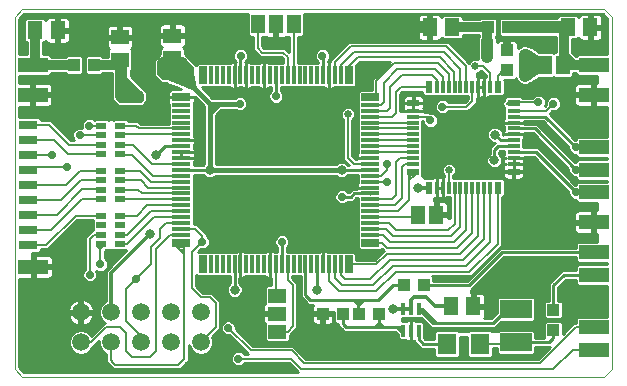
<source format=gtl>
G75*
%MOIN*%
%OFA0B0*%
%FSLAX25Y25*%
%IPPOS*%
%LPD*%
%AMOC8*
5,1,8,0,0,1.08239X$1,22.5*
%
%ADD10C,0.00000*%
%ADD11R,0.10000X0.05000*%
%ADD12R,0.05118X0.05906*%
%ADD13R,0.06299X0.07087*%
%ADD14R,0.10630X0.06299*%
%ADD15R,0.05906X0.05118*%
%ADD16R,0.06299X0.03150*%
%ADD17R,0.03937X0.04331*%
%ADD18R,0.04600X0.06300*%
%ADD19R,0.04331X0.03937*%
%ADD20R,0.03543X0.01969*%
%ADD21R,0.05906X0.02520*%
%ADD22R,0.05906X0.01260*%
%ADD23R,0.02520X0.05906*%
%ADD24R,0.01260X0.05906*%
%ADD25R,0.03937X0.02362*%
%ADD26R,0.03937X0.01181*%
%ADD27R,0.02362X0.03937*%
%ADD28R,0.01181X0.03937*%
%ADD29R,0.01575X0.04134*%
%ADD30C,0.05937*%
%ADD31R,0.06300X0.04600*%
%ADD32C,0.01000*%
%ADD33C,0.03169*%
%ADD34C,0.02775*%
%ADD35C,0.01400*%
%ADD36C,0.04000*%
%ADD37C,0.03200*%
%ADD38C,0.03150*%
%ADD39C,0.01200*%
%ADD40C,0.00800*%
%ADD41C,0.02400*%
%ADD42C,0.01600*%
%ADD43C,0.02578*%
D10*
X0001500Y0004550D02*
X0004000Y0002050D01*
X0198000Y0002050D01*
X0200500Y0004550D01*
X0200500Y0122050D01*
X0198000Y0124550D01*
X0004000Y0124550D01*
X0001500Y0122050D01*
X0001500Y0004550D01*
D11*
X0007600Y0038750D03*
X0007500Y0096050D03*
X0007500Y0106050D03*
X0194500Y0106050D03*
X0194500Y0096050D03*
X0194500Y0078550D03*
X0194500Y0071050D03*
X0194500Y0063550D03*
X0194500Y0053550D03*
X0194500Y0043550D03*
X0194500Y0036050D03*
X0194500Y0018550D03*
X0194500Y0011050D03*
D12*
X0154240Y0025550D03*
X0146760Y0025550D03*
X0015740Y0117550D03*
X0008260Y0117550D03*
X0139760Y0118550D03*
X0147240Y0118550D03*
X0185760Y0118550D03*
X0193240Y0118550D03*
D13*
X0156512Y0013050D03*
X0145488Y0013050D03*
D14*
X0168500Y0013538D03*
X0168500Y0024562D03*
D15*
X0054000Y0108310D03*
X0054000Y0115790D03*
X0036500Y0115290D03*
X0036500Y0107810D03*
D16*
X0006000Y0086050D03*
X0006000Y0081050D03*
X0006000Y0076050D03*
X0006000Y0071050D03*
X0006000Y0066050D03*
X0006000Y0061050D03*
X0006000Y0056050D03*
X0006000Y0051050D03*
X0006000Y0046050D03*
D17*
X0021154Y0106050D03*
X0027846Y0106050D03*
X0131154Y0032550D03*
X0137846Y0032550D03*
X0122846Y0023050D03*
X0116154Y0023050D03*
X0110846Y0023050D03*
X0104154Y0023050D03*
X0159154Y0118550D03*
X0165846Y0118550D03*
D18*
X0178100Y0105950D03*
X0184100Y0105950D03*
X0142000Y0056050D03*
X0136000Y0056050D03*
X0094500Y0119550D03*
X0088500Y0119550D03*
X0082500Y0119550D03*
D19*
X0165500Y0110896D03*
X0165500Y0104204D03*
X0181000Y0024396D03*
X0181000Y0017704D03*
D20*
X0036650Y0046326D03*
X0036650Y0049475D03*
X0036650Y0052625D03*
X0036650Y0055774D03*
X0036650Y0061326D03*
X0036650Y0064475D03*
X0036650Y0067625D03*
X0036650Y0070774D03*
X0036650Y0076326D03*
X0036650Y0079475D03*
X0036650Y0082625D03*
X0036650Y0085774D03*
X0030350Y0085774D03*
X0030350Y0082625D03*
X0030350Y0079475D03*
X0030350Y0076326D03*
X0030350Y0070774D03*
X0030350Y0067625D03*
X0030350Y0064475D03*
X0030350Y0061326D03*
X0030350Y0055774D03*
X0030350Y0052625D03*
X0030350Y0049475D03*
X0030350Y0046326D03*
D21*
X0057004Y0046798D03*
X0119996Y0046798D03*
X0119996Y0095302D03*
X0057004Y0095302D03*
D22*
X0057004Y0092704D03*
X0057004Y0090735D03*
X0057004Y0088767D03*
X0057004Y0086798D03*
X0057004Y0084830D03*
X0057004Y0082861D03*
X0057004Y0080893D03*
X0057004Y0078924D03*
X0057004Y0076956D03*
X0057004Y0074987D03*
X0057004Y0073019D03*
X0057004Y0071050D03*
X0057004Y0069081D03*
X0057004Y0067113D03*
X0057004Y0065144D03*
X0057004Y0063176D03*
X0057004Y0061207D03*
X0057004Y0059239D03*
X0057004Y0057270D03*
X0057004Y0055302D03*
X0057004Y0053333D03*
X0057004Y0051365D03*
X0057004Y0049396D03*
X0119996Y0049396D03*
X0119996Y0051365D03*
X0119996Y0053333D03*
X0119996Y0055302D03*
X0119996Y0057270D03*
X0119996Y0059239D03*
X0119996Y0061207D03*
X0119996Y0063176D03*
X0119996Y0065144D03*
X0119996Y0067113D03*
X0119996Y0069081D03*
X0119996Y0071050D03*
X0119996Y0073019D03*
X0119996Y0074987D03*
X0119996Y0076956D03*
X0119996Y0078924D03*
X0119996Y0080893D03*
X0119996Y0082861D03*
X0119996Y0084830D03*
X0119996Y0086798D03*
X0119996Y0088767D03*
X0119996Y0090735D03*
X0119996Y0092704D03*
D23*
X0112752Y0102546D03*
X0064248Y0102546D03*
X0064248Y0039554D03*
X0112752Y0039554D03*
D24*
X0110154Y0039554D03*
X0108185Y0039554D03*
X0106217Y0039554D03*
X0104248Y0039554D03*
X0102280Y0039554D03*
X0100311Y0039554D03*
X0098343Y0039554D03*
X0096374Y0039554D03*
X0094406Y0039554D03*
X0092437Y0039554D03*
X0090469Y0039554D03*
X0088500Y0039554D03*
X0086531Y0039554D03*
X0084563Y0039554D03*
X0082594Y0039554D03*
X0080626Y0039554D03*
X0078657Y0039554D03*
X0076689Y0039554D03*
X0074720Y0039554D03*
X0072752Y0039554D03*
X0070783Y0039554D03*
X0068815Y0039554D03*
X0066846Y0039554D03*
X0066846Y0102546D03*
X0068815Y0102546D03*
X0070783Y0102546D03*
X0072752Y0102546D03*
X0074720Y0102546D03*
X0076689Y0102546D03*
X0078657Y0102546D03*
X0080626Y0102546D03*
X0082594Y0102546D03*
X0084563Y0102546D03*
X0086531Y0102546D03*
X0088500Y0102546D03*
X0090469Y0102546D03*
X0092437Y0102546D03*
X0094406Y0102546D03*
X0096374Y0102546D03*
X0098343Y0102546D03*
X0100311Y0102546D03*
X0102280Y0102546D03*
X0104248Y0102546D03*
X0106217Y0102546D03*
X0108185Y0102546D03*
X0110154Y0102546D03*
D25*
X0134268Y0093294D03*
X0167732Y0093294D03*
X0167732Y0070459D03*
X0134268Y0070459D03*
D26*
X0134268Y0073019D03*
X0134268Y0074987D03*
X0134268Y0076956D03*
X0134268Y0078924D03*
X0134268Y0080893D03*
X0134268Y0082861D03*
X0134268Y0084830D03*
X0134268Y0086798D03*
X0134268Y0088767D03*
X0134268Y0090735D03*
X0167732Y0090735D03*
X0167732Y0088767D03*
X0167732Y0086798D03*
X0167732Y0084830D03*
X0167732Y0082861D03*
X0167732Y0080893D03*
X0167732Y0078924D03*
X0167732Y0076956D03*
X0167732Y0074987D03*
X0167732Y0073019D03*
D27*
X0162417Y0065144D03*
X0139583Y0065144D03*
X0139583Y0098609D03*
X0162417Y0098609D03*
D28*
X0159858Y0098609D03*
X0157890Y0098609D03*
X0155921Y0098609D03*
X0153953Y0098609D03*
X0151984Y0098609D03*
X0150016Y0098609D03*
X0148047Y0098609D03*
X0146079Y0098609D03*
X0144110Y0098609D03*
X0142142Y0098609D03*
X0142142Y0065144D03*
X0144110Y0065144D03*
X0146079Y0065144D03*
X0148047Y0065144D03*
X0150016Y0065144D03*
X0151984Y0065144D03*
X0153953Y0065144D03*
X0155921Y0065144D03*
X0157890Y0065144D03*
X0159858Y0065144D03*
D29*
X0136059Y0024692D03*
X0133500Y0024692D03*
X0130941Y0024692D03*
X0130941Y0017408D03*
X0133500Y0017408D03*
X0136059Y0017408D03*
D30*
X0063500Y0013550D03*
X0053500Y0013550D03*
X0043500Y0013550D03*
X0033500Y0013550D03*
X0023500Y0013550D03*
X0023500Y0023550D03*
X0033500Y0023550D03*
X0043500Y0023550D03*
X0053500Y0023550D03*
X0063500Y0023550D03*
D31*
X0089000Y0023150D03*
X0089000Y0029150D03*
X0089000Y0017150D03*
D32*
X0084750Y0017028D02*
X0076044Y0017028D01*
X0075087Y0017984D02*
X0075087Y0018845D01*
X0074709Y0019759D01*
X0074009Y0020459D01*
X0073095Y0020837D01*
X0072105Y0020837D01*
X0071191Y0020459D01*
X0070491Y0019759D01*
X0070113Y0018845D01*
X0070113Y0017855D01*
X0070491Y0016941D01*
X0071191Y0016241D01*
X0072105Y0015863D01*
X0072966Y0015863D01*
X0079279Y0009550D01*
X0078018Y0009550D01*
X0077409Y0010159D01*
X0076495Y0010537D01*
X0075505Y0010537D01*
X0074591Y0010159D01*
X0073891Y0009459D01*
X0073513Y0008545D01*
X0073513Y0007555D01*
X0073891Y0006641D01*
X0074591Y0005941D01*
X0075505Y0005563D01*
X0076495Y0005563D01*
X0077409Y0005941D01*
X0078018Y0006550D01*
X0092879Y0006550D01*
X0095879Y0003550D01*
X0004621Y0003550D01*
X0003000Y0005171D01*
X0003000Y0034750D01*
X0007100Y0034750D01*
X0007100Y0038250D01*
X0008100Y0038250D01*
X0008100Y0039250D01*
X0007100Y0039250D01*
X0007100Y0042750D01*
X0007100Y0043375D01*
X0009605Y0043375D01*
X0010250Y0044020D01*
X0010250Y0044550D01*
X0012621Y0044550D01*
X0022346Y0054274D01*
X0027539Y0054274D01*
X0027614Y0054200D01*
X0027479Y0054065D01*
X0027479Y0051185D01*
X0027614Y0051050D01*
X0027539Y0050975D01*
X0027304Y0050975D01*
X0025879Y0049550D01*
X0025000Y0048671D01*
X0025000Y0038068D01*
X0024391Y0037459D01*
X0024013Y0036545D01*
X0024013Y0035555D01*
X0024391Y0034641D01*
X0025091Y0033941D01*
X0026005Y0033563D01*
X0026995Y0033563D01*
X0027909Y0033941D01*
X0028609Y0034641D01*
X0028987Y0035555D01*
X0028987Y0036545D01*
X0028621Y0037429D01*
X0029505Y0037063D01*
X0030495Y0037063D01*
X0031409Y0037441D01*
X0032109Y0038141D01*
X0032487Y0039055D01*
X0032487Y0040045D01*
X0032109Y0040959D01*
X0031500Y0041568D01*
X0031500Y0043929D01*
X0031813Y0044241D01*
X0032578Y0044241D01*
X0032774Y0044438D01*
X0032962Y0044250D01*
X0034038Y0044250D01*
X0034226Y0044438D01*
X0034422Y0044241D01*
X0038687Y0044241D01*
X0032796Y0038350D01*
X0031800Y0037354D01*
X0031800Y0027250D01*
X0031195Y0026999D01*
X0030051Y0025855D01*
X0029431Y0024359D01*
X0029431Y0022741D01*
X0030051Y0021245D01*
X0031195Y0020101D01*
X0031361Y0020032D01*
X0030500Y0019171D01*
X0027018Y0015689D01*
X0026949Y0015855D01*
X0025805Y0016999D01*
X0024309Y0017618D01*
X0022691Y0017618D01*
X0021195Y0016999D01*
X0020051Y0015855D01*
X0019431Y0014359D01*
X0019431Y0012741D01*
X0020051Y0011245D01*
X0021195Y0010101D01*
X0022691Y0009481D01*
X0024309Y0009481D01*
X0025805Y0010101D01*
X0026949Y0011245D01*
X0027282Y0012050D01*
X0027621Y0012050D01*
X0029431Y0013860D01*
X0029431Y0012741D01*
X0030051Y0011245D01*
X0031195Y0010101D01*
X0032000Y0009768D01*
X0032000Y0006929D01*
X0032500Y0006429D01*
X0033500Y0005429D01*
X0034379Y0004550D01*
X0056621Y0004550D01*
X0057500Y0005429D01*
X0058621Y0006550D01*
X0059500Y0007429D01*
X0059500Y0012575D01*
X0060051Y0011245D01*
X0061195Y0010101D01*
X0062691Y0009481D01*
X0064309Y0009481D01*
X0065805Y0010101D01*
X0066949Y0011245D01*
X0067568Y0012741D01*
X0067568Y0014359D01*
X0067235Y0015164D01*
X0070000Y0017929D01*
X0070000Y0027171D01*
X0069121Y0028050D01*
X0067121Y0030050D01*
X0064121Y0030050D01*
X0062000Y0032171D01*
X0062000Y0036034D01*
X0062533Y0035501D01*
X0073120Y0035501D01*
X0073120Y0033253D01*
X0072432Y0032565D01*
X0072025Y0031582D01*
X0072025Y0030518D01*
X0072432Y0029535D01*
X0073185Y0028782D01*
X0074168Y0028375D01*
X0075232Y0028375D01*
X0076215Y0028782D01*
X0076968Y0029535D01*
X0077375Y0030518D01*
X0077375Y0031582D01*
X0076968Y0032565D01*
X0076320Y0033212D01*
X0076320Y0035101D01*
X0076689Y0035101D01*
X0077516Y0035101D01*
X0077898Y0035203D01*
X0078240Y0035401D01*
X0078340Y0035501D01*
X0084880Y0035501D01*
X0084981Y0035401D01*
X0085323Y0035203D01*
X0085704Y0035101D01*
X0086531Y0035101D01*
X0086531Y0039554D01*
X0086531Y0044007D01*
X0085704Y0044007D01*
X0085323Y0043904D01*
X0084981Y0043707D01*
X0084880Y0043607D01*
X0078340Y0043607D01*
X0078240Y0043707D01*
X0077898Y0043904D01*
X0077516Y0044007D01*
X0076689Y0044007D01*
X0076689Y0039554D01*
X0076689Y0039554D01*
X0076689Y0044007D01*
X0075862Y0044007D01*
X0075480Y0043904D01*
X0075138Y0043707D01*
X0075038Y0043607D01*
X0062678Y0043607D01*
X0063634Y0044563D01*
X0064495Y0044563D01*
X0065409Y0044941D01*
X0066109Y0045641D01*
X0066487Y0046555D01*
X0066487Y0047545D01*
X0066109Y0048459D01*
X0065500Y0049068D01*
X0065500Y0049671D01*
X0063185Y0051986D01*
X0063185Y0051986D01*
X0062306Y0052865D01*
X0061057Y0052865D01*
X0061057Y0069450D01*
X0064317Y0069450D01*
X0064985Y0068782D01*
X0065968Y0068375D01*
X0067032Y0068375D01*
X0068015Y0068782D01*
X0068383Y0069150D01*
X0108617Y0069150D01*
X0108985Y0068782D01*
X0109968Y0068375D01*
X0111032Y0068375D01*
X0112015Y0068782D01*
X0112683Y0069450D01*
X0115943Y0069450D01*
X0115943Y0066796D01*
X0115843Y0066695D01*
X0115646Y0066353D01*
X0115543Y0065972D01*
X0115543Y0065145D01*
X0119996Y0065145D01*
X0119996Y0065144D01*
X0115543Y0065144D01*
X0115543Y0064776D01*
X0113837Y0064776D01*
X0112711Y0063650D01*
X0112418Y0063650D01*
X0111909Y0064159D01*
X0110995Y0064537D01*
X0110005Y0064537D01*
X0109091Y0064159D01*
X0108391Y0063459D01*
X0108013Y0062545D01*
X0108013Y0061555D01*
X0108391Y0060641D01*
X0109091Y0059941D01*
X0110005Y0059563D01*
X0110995Y0059563D01*
X0111909Y0059941D01*
X0112418Y0060450D01*
X0114037Y0060450D01*
X0115163Y0061576D01*
X0115943Y0061576D01*
X0115943Y0045083D01*
X0116588Y0044438D01*
X0123404Y0044438D01*
X0123697Y0044731D01*
X0124379Y0044050D01*
X0124000Y0043671D01*
X0121383Y0041054D01*
X0115112Y0041054D01*
X0115112Y0042962D01*
X0114467Y0043607D01*
X0105899Y0043607D01*
X0105799Y0043707D01*
X0105457Y0043904D01*
X0105075Y0044007D01*
X0104248Y0044007D01*
X0103421Y0044007D01*
X0103039Y0043904D01*
X0102697Y0043707D01*
X0102597Y0043607D01*
X0092068Y0043607D01*
X0092068Y0045132D01*
X0092577Y0045641D01*
X0092956Y0046555D01*
X0092956Y0047545D01*
X0092577Y0048459D01*
X0091877Y0049159D01*
X0090963Y0049537D01*
X0089974Y0049537D01*
X0089059Y0049159D01*
X0088360Y0048459D01*
X0087981Y0047545D01*
X0087981Y0046555D01*
X0088360Y0045641D01*
X0088869Y0045132D01*
X0088869Y0043607D01*
X0088183Y0043607D01*
X0088082Y0043707D01*
X0087740Y0043904D01*
X0087359Y0044007D01*
X0086532Y0044007D01*
X0086532Y0039554D01*
X0086531Y0039554D01*
X0086532Y0039554D01*
X0086532Y0035101D01*
X0087000Y0035101D01*
X0087000Y0032550D01*
X0085394Y0032550D01*
X0084750Y0031906D01*
X0084750Y0026471D01*
X0084650Y0026371D01*
X0084452Y0026029D01*
X0084350Y0025647D01*
X0084350Y0023650D01*
X0088500Y0023650D01*
X0088500Y0022650D01*
X0084350Y0022650D01*
X0084350Y0020653D01*
X0084452Y0020271D01*
X0084650Y0019929D01*
X0084750Y0019829D01*
X0084750Y0014394D01*
X0085394Y0013750D01*
X0092606Y0013750D01*
X0093250Y0014394D01*
X0093250Y0015879D01*
X0095600Y0018229D01*
X0095600Y0033271D01*
X0094721Y0034150D01*
X0093937Y0034934D01*
X0093937Y0035501D01*
X0096743Y0035501D01*
X0096743Y0028545D01*
X0098400Y0026887D01*
X0099337Y0025950D01*
X0100877Y0025950D01*
X0100787Y0025794D01*
X0100685Y0025413D01*
X0100685Y0023534D01*
X0103669Y0023534D01*
X0103669Y0022566D01*
X0100685Y0022566D01*
X0100685Y0020687D01*
X0100787Y0020306D01*
X0100985Y0019964D01*
X0101264Y0019684D01*
X0101606Y0019487D01*
X0101988Y0019385D01*
X0103669Y0019385D01*
X0103669Y0022566D01*
X0104638Y0022566D01*
X0104638Y0023534D01*
X0107622Y0023534D01*
X0107622Y0023550D01*
X0107778Y0023550D01*
X0107778Y0020429D01*
X0108422Y0019785D01*
X0109246Y0019785D01*
X0109246Y0019041D01*
X0110184Y0018104D01*
X0110400Y0017887D01*
X0111337Y0016950D01*
X0128337Y0016950D01*
X0129054Y0016234D01*
X0129054Y0014886D01*
X0129698Y0014241D01*
X0131691Y0014241D01*
X0131792Y0014141D01*
X0132134Y0013944D01*
X0132515Y0013841D01*
X0133500Y0013841D01*
X0134459Y0013841D01*
X0134459Y0013828D01*
X0135900Y0012387D01*
X0136837Y0011450D01*
X0141239Y0011450D01*
X0141239Y0009051D01*
X0141883Y0008407D01*
X0149093Y0008407D01*
X0149738Y0009051D01*
X0149738Y0015250D01*
X0152262Y0015250D01*
X0152262Y0009051D01*
X0152907Y0008407D01*
X0160117Y0008407D01*
X0160761Y0009051D01*
X0160761Y0011550D01*
X0162085Y0011550D01*
X0162085Y0009933D01*
X0162729Y0009289D01*
X0174271Y0009289D01*
X0174915Y0009933D01*
X0174915Y0011938D01*
X0179767Y0011938D01*
X0175879Y0008050D01*
X0098621Y0008050D01*
X0095200Y0011471D01*
X0094321Y0012350D01*
X0080721Y0012350D01*
X0075087Y0017984D01*
X0075087Y0018026D02*
X0084750Y0018026D01*
X0084750Y0019025D02*
X0075013Y0019025D01*
X0074445Y0020023D02*
X0084595Y0020023D01*
X0084350Y0021022D02*
X0070000Y0021022D01*
X0070000Y0022020D02*
X0084350Y0022020D01*
X0084350Y0024017D02*
X0070000Y0024017D01*
X0070000Y0023019D02*
X0088500Y0023019D01*
X0084350Y0025016D02*
X0070000Y0025016D01*
X0070000Y0026014D02*
X0084448Y0026014D01*
X0084750Y0027013D02*
X0070000Y0027013D01*
X0069160Y0028011D02*
X0084750Y0028011D01*
X0084750Y0029010D02*
X0076443Y0029010D01*
X0077164Y0030008D02*
X0084750Y0030008D01*
X0084750Y0031007D02*
X0077375Y0031007D01*
X0077199Y0032005D02*
X0084850Y0032005D01*
X0087000Y0033004D02*
X0076529Y0033004D01*
X0076320Y0034002D02*
X0087000Y0034002D01*
X0087000Y0035001D02*
X0076320Y0035001D01*
X0076689Y0035101D02*
X0076689Y0039554D01*
X0076689Y0035101D01*
X0076689Y0035999D02*
X0076689Y0035999D01*
X0076689Y0036998D02*
X0076689Y0036998D01*
X0076689Y0037996D02*
X0076689Y0037996D01*
X0076689Y0038995D02*
X0076689Y0038995D01*
X0076689Y0039554D02*
X0076689Y0039554D01*
X0076689Y0039993D02*
X0076689Y0039993D01*
X0076689Y0040992D02*
X0076689Y0040992D01*
X0076689Y0041990D02*
X0076689Y0041990D01*
X0076689Y0042989D02*
X0076689Y0042989D01*
X0076689Y0043987D02*
X0076689Y0043987D01*
X0077588Y0043987D02*
X0085632Y0043987D01*
X0086531Y0043987D02*
X0086532Y0043987D01*
X0087431Y0043987D02*
X0088869Y0043987D01*
X0088869Y0044986D02*
X0065454Y0044986D01*
X0066251Y0045984D02*
X0088217Y0045984D01*
X0087981Y0046983D02*
X0066487Y0046983D01*
X0066306Y0047982D02*
X0088162Y0047982D01*
X0088881Y0048980D02*
X0065588Y0048980D01*
X0065193Y0049979D02*
X0115943Y0049979D01*
X0115943Y0050977D02*
X0064194Y0050977D01*
X0063196Y0051976D02*
X0115943Y0051976D01*
X0115943Y0052974D02*
X0061057Y0052974D01*
X0061057Y0053973D02*
X0115943Y0053973D01*
X0115943Y0054971D02*
X0061057Y0054971D01*
X0061057Y0055970D02*
X0115943Y0055970D01*
X0115943Y0056968D02*
X0061057Y0056968D01*
X0061057Y0057967D02*
X0115943Y0057967D01*
X0115943Y0058965D02*
X0061057Y0058965D01*
X0061057Y0059964D02*
X0109069Y0059964D01*
X0108258Y0060962D02*
X0061057Y0060962D01*
X0061057Y0061961D02*
X0108013Y0061961D01*
X0108184Y0062959D02*
X0061057Y0062959D01*
X0061057Y0063958D02*
X0108890Y0063958D01*
X0110500Y0062050D02*
X0113374Y0062050D01*
X0114500Y0063176D01*
X0119996Y0063176D01*
X0119870Y0063050D01*
X0115943Y0060962D02*
X0114549Y0060962D01*
X0115943Y0059964D02*
X0111931Y0059964D01*
X0112110Y0063958D02*
X0113019Y0063958D01*
X0115543Y0064956D02*
X0061057Y0064956D01*
X0061057Y0065955D02*
X0115543Y0065955D01*
X0115943Y0066953D02*
X0061057Y0066953D01*
X0061057Y0067952D02*
X0115943Y0067952D01*
X0115943Y0068950D02*
X0112183Y0068950D01*
X0110500Y0071050D02*
X0119996Y0071050D01*
X0119996Y0074987D02*
X0115543Y0074987D01*
X0115543Y0074518D01*
X0115153Y0074518D01*
X0114000Y0075671D01*
X0114000Y0087671D01*
X0114889Y0088560D01*
X0114889Y0090540D01*
X0113490Y0091939D01*
X0111510Y0091939D01*
X0110111Y0090540D01*
X0110111Y0088560D01*
X0111000Y0087671D01*
X0111000Y0074429D01*
X0112779Y0072650D01*
X0112683Y0072650D01*
X0112015Y0073318D01*
X0111032Y0073725D01*
X0109968Y0073725D01*
X0108985Y0073318D01*
X0108617Y0072950D01*
X0068400Y0072950D01*
X0068400Y0089263D01*
X0069400Y0090263D01*
X0070287Y0091150D01*
X0074882Y0091150D01*
X0075091Y0090941D01*
X0076005Y0090563D01*
X0076995Y0090563D01*
X0077909Y0090941D01*
X0078609Y0091641D01*
X0078987Y0092555D01*
X0078987Y0093545D01*
X0078609Y0094459D01*
X0077909Y0095159D01*
X0076995Y0095537D01*
X0076005Y0095537D01*
X0075091Y0095159D01*
X0074882Y0094950D01*
X0070287Y0094950D01*
X0067287Y0094950D01*
X0063744Y0098493D01*
X0073069Y0098493D01*
X0073170Y0098393D01*
X0073512Y0098196D01*
X0073893Y0098093D01*
X0074720Y0098093D01*
X0074720Y0102546D01*
X0074721Y0102546D01*
X0074721Y0098093D01*
X0075548Y0098093D01*
X0075929Y0098196D01*
X0076271Y0098393D01*
X0076372Y0098493D01*
X0077006Y0098493D01*
X0077107Y0098393D01*
X0077449Y0098196D01*
X0077830Y0098093D01*
X0078657Y0098093D01*
X0078657Y0102546D01*
X0078658Y0102546D01*
X0078658Y0098093D01*
X0079485Y0098093D01*
X0079866Y0098196D01*
X0080208Y0098393D01*
X0080309Y0098493D01*
X0082912Y0098493D01*
X0083012Y0098393D01*
X0083354Y0098196D01*
X0083736Y0098093D01*
X0084563Y0098093D01*
X0085390Y0098093D01*
X0085772Y0098196D01*
X0086114Y0098393D01*
X0086214Y0098493D01*
X0086900Y0098493D01*
X0086900Y0097468D01*
X0086391Y0096959D01*
X0086013Y0096045D01*
X0086013Y0095055D01*
X0086391Y0094141D01*
X0087091Y0093441D01*
X0088005Y0093063D01*
X0088995Y0093063D01*
X0089909Y0093441D01*
X0090609Y0094141D01*
X0090987Y0095055D01*
X0090987Y0096045D01*
X0090609Y0096959D01*
X0090100Y0097468D01*
X0090100Y0098493D01*
X0104565Y0098493D01*
X0104666Y0098393D01*
X0105008Y0098196D01*
X0105389Y0098093D01*
X0106216Y0098093D01*
X0106216Y0102546D01*
X0106217Y0102546D01*
X0106217Y0098093D01*
X0107044Y0098093D01*
X0107425Y0098196D01*
X0107767Y0098393D01*
X0107868Y0098493D01*
X0114467Y0098493D01*
X0115112Y0099138D01*
X0115112Y0105790D01*
X0116371Y0107050D01*
X0126379Y0107050D01*
X0121379Y0102050D01*
X0120500Y0101171D01*
X0120500Y0097662D01*
X0116588Y0097662D01*
X0115943Y0097017D01*
X0115943Y0076638D01*
X0115843Y0076538D01*
X0115646Y0076196D01*
X0115543Y0075814D01*
X0115543Y0074987D01*
X0119996Y0074987D01*
X0119996Y0074987D01*
X0115943Y0076938D02*
X0114000Y0076938D01*
X0114000Y0075940D02*
X0115577Y0075940D01*
X0115543Y0074941D02*
X0114730Y0074941D01*
X0112484Y0072944D02*
X0112388Y0072944D01*
X0111486Y0073943D02*
X0068400Y0073943D01*
X0068400Y0074941D02*
X0111000Y0074941D01*
X0111000Y0075940D02*
X0068400Y0075940D01*
X0068400Y0076938D02*
X0111000Y0076938D01*
X0111000Y0077937D02*
X0068400Y0077937D01*
X0068400Y0078935D02*
X0111000Y0078935D01*
X0111000Y0079934D02*
X0068400Y0079934D01*
X0068400Y0080932D02*
X0111000Y0080932D01*
X0111000Y0081931D02*
X0068400Y0081931D01*
X0068400Y0082929D02*
X0111000Y0082929D01*
X0111000Y0083928D02*
X0068400Y0083928D01*
X0068400Y0084926D02*
X0111000Y0084926D01*
X0111000Y0085925D02*
X0068400Y0085925D01*
X0068400Y0086923D02*
X0111000Y0086923D01*
X0110749Y0087922D02*
X0068400Y0087922D01*
X0068400Y0088920D02*
X0110111Y0088920D01*
X0110111Y0089919D02*
X0069056Y0089919D01*
X0070054Y0090918D02*
X0075148Y0090918D01*
X0077852Y0090918D02*
X0110489Y0090918D01*
X0111487Y0091916D02*
X0078723Y0091916D01*
X0078987Y0092915D02*
X0115943Y0092915D01*
X0115943Y0093913D02*
X0090381Y0093913D01*
X0090928Y0094912D02*
X0115943Y0094912D01*
X0115943Y0095910D02*
X0090987Y0095910D01*
X0090630Y0096909D02*
X0115943Y0096909D01*
X0114880Y0098906D02*
X0120500Y0098906D01*
X0120500Y0099904D02*
X0115112Y0099904D01*
X0115112Y0100903D02*
X0120500Y0100903D01*
X0121230Y0101901D02*
X0115112Y0101901D01*
X0115112Y0102900D02*
X0122228Y0102900D01*
X0123227Y0103898D02*
X0115112Y0103898D01*
X0115112Y0104897D02*
X0124225Y0104897D01*
X0125224Y0105895D02*
X0115216Y0105895D01*
X0116215Y0106894D02*
X0126222Y0106894D01*
X0136000Y0114676D02*
X0136280Y0114397D01*
X0136622Y0114199D01*
X0137003Y0114097D01*
X0139260Y0114097D01*
X0139260Y0118050D01*
X0140260Y0118050D01*
X0140260Y0114097D01*
X0142516Y0114097D01*
X0142898Y0114199D01*
X0143240Y0114397D01*
X0143519Y0114676D01*
X0143712Y0115011D01*
X0144225Y0114497D01*
X0150255Y0114497D01*
X0150899Y0115142D01*
X0150899Y0115850D01*
X0156164Y0115850D01*
X0156300Y0115714D01*
X0156300Y0115632D01*
X0155900Y0114667D01*
X0155900Y0107939D01*
X0154010Y0107939D01*
X0152871Y0106800D01*
X0146750Y0112921D01*
X0145871Y0113800D01*
X0112879Y0113800D01*
X0112000Y0112921D01*
X0106685Y0107606D01*
X0106685Y0106999D01*
X0106217Y0106999D01*
X0106217Y0102546D01*
X0106216Y0102546D01*
X0106216Y0106999D01*
X0105848Y0106999D01*
X0105848Y0107380D01*
X0106109Y0107641D01*
X0106487Y0108555D01*
X0106487Y0109545D01*
X0106109Y0110459D01*
X0105409Y0111159D01*
X0104495Y0111537D01*
X0103505Y0111537D01*
X0102591Y0111159D01*
X0101891Y0110459D01*
X0101513Y0109545D01*
X0101513Y0108555D01*
X0101891Y0107641D01*
X0102591Y0106941D01*
X0102648Y0106918D01*
X0102648Y0106599D01*
X0095905Y0106599D01*
X0095905Y0115300D01*
X0097256Y0115300D01*
X0097900Y0115944D01*
X0097900Y0123050D01*
X0197379Y0123050D01*
X0199000Y0121429D01*
X0199000Y0109650D01*
X0189044Y0109650D01*
X0188400Y0109006D01*
X0188400Y0108968D01*
X0187294Y0110074D01*
X0187294Y0114497D01*
X0188775Y0114497D01*
X0189288Y0115011D01*
X0189481Y0114676D01*
X0189760Y0114397D01*
X0190102Y0114199D01*
X0190484Y0114097D01*
X0192740Y0114097D01*
X0192740Y0118050D01*
X0193740Y0118050D01*
X0193740Y0114097D01*
X0195997Y0114097D01*
X0196378Y0114199D01*
X0196720Y0114397D01*
X0196999Y0114676D01*
X0197197Y0115018D01*
X0197299Y0115400D01*
X0197299Y0118050D01*
X0193740Y0118050D01*
X0193740Y0119050D01*
X0192740Y0119050D01*
X0192740Y0123003D01*
X0190484Y0123003D01*
X0190102Y0122901D01*
X0189760Y0122703D01*
X0189481Y0122424D01*
X0189288Y0122089D01*
X0188775Y0122603D01*
X0182745Y0122603D01*
X0182101Y0121958D01*
X0182101Y0121650D01*
X0168436Y0121650D01*
X0168271Y0121815D01*
X0163422Y0121815D01*
X0162778Y0121171D01*
X0162778Y0119243D01*
X0162746Y0119167D01*
X0162746Y0117933D01*
X0162778Y0117857D01*
X0162778Y0115929D01*
X0163422Y0115285D01*
X0168271Y0115285D01*
X0168436Y0115450D01*
X0181894Y0115450D01*
X0181894Y0110200D01*
X0181344Y0110200D01*
X0181100Y0109956D01*
X0180856Y0110200D01*
X0176063Y0110200D01*
X0173694Y0111840D01*
X0173456Y0112078D01*
X0173192Y0112187D01*
X0172958Y0112350D01*
X0172628Y0112421D01*
X0172317Y0112550D01*
X0172031Y0112550D01*
X0171752Y0112610D01*
X0171420Y0112550D01*
X0170883Y0112550D01*
X0169744Y0112078D01*
X0169165Y0111499D01*
X0169165Y0113062D01*
X0169063Y0113444D01*
X0168866Y0113786D01*
X0168586Y0114065D01*
X0168244Y0114263D01*
X0167863Y0114365D01*
X0165984Y0114365D01*
X0165984Y0111381D01*
X0165016Y0111381D01*
X0165016Y0114365D01*
X0163137Y0114365D01*
X0162756Y0114263D01*
X0162414Y0114065D01*
X0162134Y0113786D01*
X0162100Y0113726D01*
X0162100Y0114667D01*
X0161766Y0115473D01*
X0162222Y0115929D01*
X0162222Y0121171D01*
X0161578Y0121815D01*
X0156729Y0121815D01*
X0156164Y0121250D01*
X0150899Y0121250D01*
X0150899Y0121958D01*
X0150255Y0122603D01*
X0144225Y0122603D01*
X0143712Y0122089D01*
X0143519Y0122424D01*
X0143240Y0122703D01*
X0142898Y0122901D01*
X0142516Y0123003D01*
X0140260Y0123003D01*
X0140260Y0119050D01*
X0139260Y0119050D01*
X0139260Y0123003D01*
X0137003Y0123003D01*
X0136622Y0122901D01*
X0136280Y0122703D01*
X0136000Y0122424D01*
X0135803Y0122082D01*
X0135701Y0121700D01*
X0135701Y0119050D01*
X0139260Y0119050D01*
X0139260Y0118050D01*
X0135701Y0118050D01*
X0135701Y0115400D01*
X0135803Y0115018D01*
X0136000Y0114676D01*
X0135882Y0114882D02*
X0095905Y0114882D01*
X0095905Y0113883D02*
X0155900Y0113883D01*
X0155900Y0112885D02*
X0146787Y0112885D01*
X0147785Y0111886D02*
X0155900Y0111886D01*
X0155900Y0110888D02*
X0148784Y0110888D01*
X0149782Y0109889D02*
X0155900Y0109889D01*
X0155900Y0108891D02*
X0150781Y0108891D01*
X0151779Y0107892D02*
X0153964Y0107892D01*
X0152965Y0106894D02*
X0152778Y0106894D01*
X0155600Y0103161D02*
X0155990Y0103161D01*
X0156879Y0104050D01*
X0158358Y0102570D01*
X0158358Y0102078D01*
X0157890Y0102078D01*
X0157890Y0101191D01*
X0157890Y0102078D01*
X0157102Y0102078D01*
X0156906Y0102025D01*
X0156709Y0102078D01*
X0155921Y0102078D01*
X0155600Y0102078D01*
X0155600Y0103161D01*
X0155600Y0102900D02*
X0158029Y0102900D01*
X0157890Y0102050D02*
X0157890Y0098609D01*
X0157890Y0094550D01*
X0157890Y0095141D02*
X0158678Y0095141D01*
X0159059Y0095243D01*
X0159401Y0095440D01*
X0159502Y0095541D01*
X0164054Y0095541D01*
X0164698Y0096185D01*
X0164698Y0101033D01*
X0164597Y0101135D01*
X0168121Y0101135D01*
X0168513Y0101527D01*
X0168548Y0101320D01*
X0168737Y0101021D01*
X0168872Y0100694D01*
X0169062Y0100504D01*
X0169205Y0100276D01*
X0169494Y0100072D01*
X0169744Y0099822D01*
X0169992Y0099719D01*
X0170212Y0099564D01*
X0170557Y0099485D01*
X0170883Y0099350D01*
X0171152Y0099350D01*
X0171414Y0099290D01*
X0171763Y0099350D01*
X0172117Y0099350D01*
X0172365Y0099453D01*
X0172630Y0099498D01*
X0172929Y0099687D01*
X0173256Y0099822D01*
X0173446Y0100012D01*
X0176127Y0101700D01*
X0180856Y0101700D01*
X0181100Y0101944D01*
X0181344Y0101700D01*
X0186856Y0101700D01*
X0187500Y0102344D01*
X0187500Y0103250D01*
X0188400Y0103250D01*
X0188400Y0103094D01*
X0189044Y0102450D01*
X0195400Y0102450D01*
X0195400Y0100050D01*
X0195000Y0100050D01*
X0195000Y0096550D01*
X0194000Y0096550D01*
X0194000Y0100050D01*
X0189303Y0100050D01*
X0188921Y0099948D01*
X0188579Y0099750D01*
X0188300Y0099471D01*
X0188102Y0099129D01*
X0188000Y0098747D01*
X0188000Y0096550D01*
X0194000Y0096550D01*
X0194000Y0095550D01*
X0195000Y0095550D01*
X0195000Y0092050D01*
X0199000Y0092050D01*
X0199000Y0082150D01*
X0189044Y0082150D01*
X0188400Y0081506D01*
X0188400Y0081037D01*
X0188275Y0081037D01*
X0179692Y0089621D01*
X0180634Y0090563D01*
X0181495Y0090563D01*
X0182409Y0090941D01*
X0183109Y0091641D01*
X0183487Y0092555D01*
X0183487Y0093545D01*
X0183109Y0094459D01*
X0182409Y0095159D01*
X0181495Y0095537D01*
X0180505Y0095537D01*
X0179591Y0095159D01*
X0178891Y0094459D01*
X0178513Y0093545D01*
X0178513Y0092684D01*
X0178207Y0092378D01*
X0178487Y0093055D01*
X0178487Y0094045D01*
X0178109Y0094959D01*
X0177409Y0095659D01*
X0176495Y0096037D01*
X0175505Y0096037D01*
X0174591Y0095659D01*
X0173982Y0095050D01*
X0170682Y0095050D01*
X0170156Y0095575D01*
X0165308Y0095575D01*
X0164664Y0094931D01*
X0164664Y0094433D01*
X0164359Y0094053D01*
X0163976Y0093671D01*
X0163976Y0093579D01*
X0163918Y0093506D01*
X0163976Y0092969D01*
X0163976Y0092429D01*
X0164042Y0092363D01*
X0164052Y0092271D01*
X0164473Y0091932D01*
X0164664Y0091741D01*
X0164664Y0088410D01*
X0164563Y0088310D01*
X0164366Y0087968D01*
X0164264Y0087586D01*
X0164264Y0086798D01*
X0164264Y0086010D01*
X0164366Y0085628D01*
X0164563Y0085286D01*
X0164664Y0085186D01*
X0164664Y0084473D01*
X0164563Y0084373D01*
X0164366Y0084031D01*
X0164264Y0083649D01*
X0164264Y0082861D01*
X0164264Y0082493D01*
X0164175Y0082493D01*
X0164175Y0083332D01*
X0163768Y0084315D01*
X0163015Y0085068D01*
X0162032Y0085475D01*
X0160968Y0085475D01*
X0159985Y0085068D01*
X0159232Y0084315D01*
X0158825Y0083332D01*
X0158825Y0082268D01*
X0159232Y0081285D01*
X0159985Y0080532D01*
X0160968Y0080125D01*
X0161525Y0080125D01*
X0160986Y0079587D01*
X0160986Y0079587D01*
X0159746Y0078347D01*
X0159746Y0076483D01*
X0159079Y0075815D01*
X0158672Y0074832D01*
X0158672Y0073768D01*
X0159079Y0072785D01*
X0159831Y0072032D01*
X0160814Y0071625D01*
X0161879Y0071625D01*
X0162862Y0072032D01*
X0163614Y0072785D01*
X0164021Y0073768D01*
X0164021Y0074832D01*
X0163614Y0075815D01*
X0162946Y0076483D01*
X0162946Y0077022D01*
X0163249Y0077324D01*
X0164664Y0077324D01*
X0164664Y0076599D01*
X0164563Y0076499D01*
X0164366Y0076157D01*
X0164264Y0075775D01*
X0164264Y0074987D01*
X0164264Y0074199D01*
X0164316Y0074003D01*
X0164264Y0073807D01*
X0164264Y0073019D01*
X0165150Y0073019D01*
X0165150Y0073019D01*
X0165150Y0073018D02*
X0164264Y0073018D01*
X0164264Y0072230D01*
X0164316Y0072034D01*
X0164264Y0071838D01*
X0164264Y0070550D01*
X0167642Y0070550D01*
X0167642Y0070928D01*
X0167732Y0070928D01*
X0167732Y0073018D01*
X0167732Y0073018D01*
X0167732Y0072896D01*
X0167732Y0070928D01*
X0167823Y0070928D01*
X0167823Y0070550D01*
X0171201Y0070550D01*
X0171201Y0071838D01*
X0171148Y0072034D01*
X0171201Y0072230D01*
X0171201Y0073018D01*
X0170314Y0073018D01*
X0170314Y0073019D01*
X0171201Y0073019D01*
X0171201Y0073807D01*
X0171148Y0074003D01*
X0171201Y0074199D01*
X0171201Y0074987D01*
X0171201Y0075356D01*
X0174432Y0075356D01*
X0186013Y0063775D01*
X0186013Y0063055D01*
X0186391Y0062141D01*
X0187091Y0061441D01*
X0188005Y0061063D01*
X0188400Y0061063D01*
X0188400Y0060594D01*
X0189044Y0059950D01*
X0195400Y0059950D01*
X0195400Y0057550D01*
X0195000Y0057550D01*
X0195000Y0054050D01*
X0194000Y0054050D01*
X0194000Y0057550D01*
X0189303Y0057550D01*
X0188921Y0057448D01*
X0188579Y0057250D01*
X0188300Y0056971D01*
X0188102Y0056629D01*
X0188000Y0056247D01*
X0188000Y0054050D01*
X0194000Y0054050D01*
X0194000Y0053050D01*
X0195000Y0053050D01*
X0195000Y0049550D01*
X0195400Y0049550D01*
X0195400Y0047150D01*
X0189044Y0047150D01*
X0188400Y0046506D01*
X0188400Y0045150D01*
X0163337Y0045150D01*
X0152337Y0034150D01*
X0140915Y0034150D01*
X0140915Y0035171D01*
X0140536Y0035550D01*
X0153621Y0035550D01*
X0154500Y0036429D01*
X0163039Y0044967D01*
X0163917Y0045846D01*
X0163917Y0062076D01*
X0164054Y0062076D01*
X0164698Y0062720D01*
X0164698Y0067569D01*
X0164054Y0068213D01*
X0147579Y0068213D01*
X0147579Y0069171D01*
X0148468Y0070060D01*
X0148468Y0072040D01*
X0147068Y0073439D01*
X0145089Y0073439D01*
X0143690Y0072040D01*
X0143690Y0070060D01*
X0144579Y0069171D01*
X0144579Y0068613D01*
X0144110Y0068613D01*
X0143322Y0068613D01*
X0143126Y0068560D01*
X0142930Y0068613D01*
X0142142Y0068613D01*
X0142142Y0067726D01*
X0142142Y0068613D01*
X0141354Y0068613D01*
X0140972Y0068511D01*
X0140630Y0068313D01*
X0140530Y0068213D01*
X0138186Y0068213D01*
X0137336Y0069062D01*
X0137336Y0087267D01*
X0137513Y0087267D01*
X0137513Y0087055D01*
X0137891Y0086141D01*
X0138591Y0085441D01*
X0139505Y0085063D01*
X0140495Y0085063D01*
X0141409Y0085441D01*
X0142109Y0086141D01*
X0142487Y0087055D01*
X0142487Y0088045D01*
X0142109Y0088959D01*
X0141409Y0089659D01*
X0140495Y0090037D01*
X0139634Y0090037D01*
X0139405Y0090267D01*
X0137736Y0090267D01*
X0137736Y0090735D01*
X0136849Y0090735D01*
X0136850Y0090735D01*
X0137736Y0090735D01*
X0137736Y0091523D01*
X0137684Y0091719D01*
X0137736Y0091916D01*
X0141513Y0091916D01*
X0141513Y0091555D02*
X0141891Y0090641D01*
X0142591Y0089941D01*
X0143505Y0089563D01*
X0144495Y0089563D01*
X0145409Y0089941D01*
X0146018Y0090550D01*
X0152621Y0090550D01*
X0155453Y0093381D01*
X0155453Y0095141D01*
X0155921Y0095141D01*
X0155921Y0096027D01*
X0155921Y0095141D01*
X0156709Y0095141D01*
X0156906Y0095193D01*
X0157102Y0095141D01*
X0157890Y0095141D01*
X0157890Y0096027D01*
X0157890Y0096027D01*
X0157890Y0095141D01*
X0157890Y0095910D02*
X0157890Y0095910D01*
X0155921Y0095910D02*
X0155921Y0095910D01*
X0155921Y0096027D02*
X0155921Y0096027D01*
X0155453Y0094912D02*
X0164664Y0094912D01*
X0164424Y0095910D02*
X0175198Y0095910D01*
X0176802Y0095910D02*
X0194000Y0095910D01*
X0194000Y0095550D02*
X0188000Y0095550D01*
X0188000Y0093353D01*
X0188102Y0092971D01*
X0188300Y0092629D01*
X0188579Y0092350D01*
X0188921Y0092152D01*
X0189303Y0092050D01*
X0194000Y0092050D01*
X0194000Y0095550D01*
X0194000Y0094912D02*
X0195000Y0094912D01*
X0195000Y0093913D02*
X0194000Y0093913D01*
X0194000Y0092915D02*
X0195000Y0092915D01*
X0199000Y0091916D02*
X0183223Y0091916D01*
X0183487Y0092915D02*
X0188135Y0092915D01*
X0188000Y0093913D02*
X0183335Y0093913D01*
X0182656Y0094912D02*
X0188000Y0094912D01*
X0188000Y0096909D02*
X0164698Y0096909D01*
X0164698Y0097907D02*
X0188000Y0097907D01*
X0188042Y0098906D02*
X0164698Y0098906D01*
X0164698Y0099904D02*
X0169662Y0099904D01*
X0168786Y0100903D02*
X0164698Y0100903D01*
X0157890Y0101191D02*
X0157890Y0101191D01*
X0157890Y0101901D02*
X0157890Y0101901D01*
X0155921Y0101901D02*
X0155921Y0101901D01*
X0155921Y0102050D02*
X0155921Y0098609D01*
X0155921Y0094550D01*
X0155453Y0093913D02*
X0164218Y0093913D01*
X0163976Y0092915D02*
X0154986Y0092915D01*
X0153987Y0091916D02*
X0164489Y0091916D01*
X0164664Y0090918D02*
X0152989Y0090918D01*
X0151379Y0093550D02*
X0146018Y0093550D01*
X0145409Y0094159D01*
X0144495Y0094537D01*
X0143505Y0094537D01*
X0142591Y0094159D01*
X0141891Y0093459D01*
X0141513Y0092545D01*
X0141513Y0091555D01*
X0141777Y0090918D02*
X0137736Y0090918D01*
X0138315Y0090735D02*
X0134268Y0090735D01*
X0131185Y0090735D01*
X0130799Y0090735D02*
X0130799Y0090650D01*
X0130000Y0090650D01*
X0130000Y0096429D01*
X0130680Y0097109D01*
X0137302Y0097109D01*
X0137302Y0096185D01*
X0137946Y0095541D01*
X0152453Y0095541D01*
X0152453Y0094624D01*
X0151379Y0093550D01*
X0151742Y0093913D02*
X0145655Y0093913D01*
X0142345Y0093913D02*
X0137736Y0093913D01*
X0137736Y0093385D02*
X0137736Y0094673D01*
X0137634Y0095054D01*
X0137437Y0095396D01*
X0137157Y0095675D01*
X0136815Y0095873D01*
X0136434Y0095975D01*
X0134358Y0095975D01*
X0134358Y0093385D01*
X0134177Y0093385D01*
X0134177Y0095975D01*
X0132102Y0095975D01*
X0131720Y0095873D01*
X0131378Y0095675D01*
X0131099Y0095396D01*
X0130901Y0095054D01*
X0130799Y0094673D01*
X0130799Y0093385D01*
X0134177Y0093385D01*
X0134177Y0093204D01*
X0130799Y0093204D01*
X0130799Y0091916D01*
X0130000Y0091916D01*
X0130799Y0091916D02*
X0130852Y0091719D01*
X0130799Y0091523D01*
X0130799Y0090735D01*
X0131686Y0090735D01*
X0131686Y0090735D01*
X0130799Y0090735D01*
X0130799Y0090918D02*
X0130000Y0090918D01*
X0130000Y0092915D02*
X0130799Y0092915D01*
X0130799Y0093913D02*
X0130000Y0093913D01*
X0130000Y0094912D02*
X0130863Y0094912D01*
X0130000Y0095910D02*
X0131859Y0095910D01*
X0130480Y0096909D02*
X0137302Y0096909D01*
X0137576Y0095910D02*
X0136677Y0095910D01*
X0137672Y0094912D02*
X0152453Y0094912D01*
X0155921Y0098609D02*
X0155921Y0098609D01*
X0157890Y0098609D01*
X0157890Y0098609D01*
X0155921Y0098609D01*
X0155921Y0101191D02*
X0155921Y0102078D01*
X0155921Y0101191D01*
X0155921Y0101191D01*
X0156727Y0103898D02*
X0157031Y0103898D01*
X0156879Y0104050D02*
X0156879Y0104050D01*
X0165016Y0111886D02*
X0165984Y0111886D01*
X0165984Y0112885D02*
X0165016Y0112885D01*
X0165016Y0113883D02*
X0165984Y0113883D01*
X0168768Y0113883D02*
X0181894Y0113883D01*
X0181894Y0112885D02*
X0169165Y0112885D01*
X0169165Y0111886D02*
X0169552Y0111886D01*
X0173648Y0111886D02*
X0181894Y0111886D01*
X0181894Y0110888D02*
X0175069Y0110888D01*
X0181894Y0114882D02*
X0162011Y0114882D01*
X0162100Y0113883D02*
X0162232Y0113883D01*
X0162173Y0115880D02*
X0162827Y0115880D01*
X0162778Y0116879D02*
X0162222Y0116879D01*
X0162222Y0117877D02*
X0162770Y0117877D01*
X0162746Y0118876D02*
X0162222Y0118876D01*
X0162222Y0119874D02*
X0162778Y0119874D01*
X0162778Y0120873D02*
X0162222Y0120873D01*
X0155989Y0114882D02*
X0150639Y0114882D01*
X0143841Y0114882D02*
X0143638Y0114882D01*
X0140260Y0114882D02*
X0139260Y0114882D01*
X0139260Y0115880D02*
X0140260Y0115880D01*
X0140260Y0116879D02*
X0139260Y0116879D01*
X0139260Y0117877D02*
X0140260Y0117877D01*
X0139260Y0118876D02*
X0097900Y0118876D01*
X0097900Y0119874D02*
X0135701Y0119874D01*
X0135701Y0120873D02*
X0097900Y0120873D01*
X0097900Y0121871D02*
X0135747Y0121871D01*
X0136569Y0122870D02*
X0097900Y0122870D01*
X0097900Y0117877D02*
X0135701Y0117877D01*
X0135701Y0116879D02*
X0097900Y0116879D01*
X0097836Y0115880D02*
X0135701Y0115880D01*
X0139260Y0119874D02*
X0140260Y0119874D01*
X0140260Y0120873D02*
X0139260Y0120873D01*
X0139260Y0121871D02*
X0140260Y0121871D01*
X0140260Y0122870D02*
X0139260Y0122870D01*
X0142951Y0122870D02*
X0190049Y0122870D01*
X0192740Y0122870D02*
X0193740Y0122870D01*
X0193740Y0123003D02*
X0193740Y0119050D01*
X0197299Y0119050D01*
X0197299Y0121700D01*
X0197197Y0122082D01*
X0196999Y0122424D01*
X0196720Y0122703D01*
X0196378Y0122901D01*
X0195997Y0123003D01*
X0193740Y0123003D01*
X0193740Y0121871D02*
X0192740Y0121871D01*
X0192740Y0120873D02*
X0193740Y0120873D01*
X0193740Y0119874D02*
X0192740Y0119874D01*
X0193740Y0118876D02*
X0199000Y0118876D01*
X0199000Y0119874D02*
X0197299Y0119874D01*
X0197299Y0120873D02*
X0199000Y0120873D01*
X0198557Y0121871D02*
X0197253Y0121871D01*
X0197559Y0122870D02*
X0196431Y0122870D01*
X0197299Y0117877D02*
X0199000Y0117877D01*
X0199000Y0116879D02*
X0197299Y0116879D01*
X0197299Y0115880D02*
X0199000Y0115880D01*
X0199000Y0114882D02*
X0197118Y0114882D01*
X0199000Y0113883D02*
X0187294Y0113883D01*
X0187294Y0112885D02*
X0199000Y0112885D01*
X0199000Y0111886D02*
X0187294Y0111886D01*
X0187294Y0110888D02*
X0199000Y0110888D01*
X0199000Y0109889D02*
X0187479Y0109889D01*
X0189159Y0114882D02*
X0189362Y0114882D01*
X0192740Y0114882D02*
X0193740Y0114882D01*
X0193740Y0115880D02*
X0192740Y0115880D01*
X0192740Y0116879D02*
X0193740Y0116879D01*
X0193740Y0117877D02*
X0192740Y0117877D01*
X0182101Y0121871D02*
X0150899Y0121871D01*
X0181057Y0101901D02*
X0181143Y0101901D01*
X0187057Y0101901D02*
X0195400Y0101901D01*
X0195400Y0100903D02*
X0174861Y0100903D01*
X0173338Y0099904D02*
X0188845Y0099904D01*
X0194000Y0099904D02*
X0195000Y0099904D01*
X0195000Y0098906D02*
X0194000Y0098906D01*
X0194000Y0097907D02*
X0195000Y0097907D01*
X0195000Y0096909D02*
X0194000Y0096909D01*
X0199000Y0090918D02*
X0182352Y0090918D01*
X0179990Y0089919D02*
X0199000Y0089919D01*
X0199000Y0088920D02*
X0180392Y0088920D01*
X0181391Y0087922D02*
X0199000Y0087922D01*
X0199000Y0086923D02*
X0182389Y0086923D01*
X0183388Y0085925D02*
X0199000Y0085925D01*
X0199000Y0084926D02*
X0184386Y0084926D01*
X0185385Y0083928D02*
X0199000Y0083928D01*
X0199000Y0082929D02*
X0186383Y0082929D01*
X0187382Y0081931D02*
X0188825Y0081931D01*
X0188500Y0078550D02*
X0194500Y0078550D01*
X0199000Y0074950D02*
X0189044Y0074950D01*
X0188400Y0075594D01*
X0188400Y0076063D01*
X0188005Y0076063D01*
X0187091Y0076441D01*
X0186391Y0077141D01*
X0186013Y0078055D01*
X0186013Y0078775D01*
X0177621Y0087167D01*
X0171201Y0087167D01*
X0171201Y0086798D01*
X0167732Y0086798D01*
X0164264Y0086798D01*
X0167732Y0086798D01*
X0167732Y0086798D01*
X0171201Y0086798D01*
X0171201Y0086430D01*
X0174058Y0086430D01*
X0175383Y0086430D01*
X0188275Y0073537D01*
X0188400Y0073537D01*
X0188400Y0074006D01*
X0189044Y0074650D01*
X0199000Y0074650D01*
X0199000Y0074950D01*
X0199000Y0074941D02*
X0186871Y0074941D01*
X0185873Y0075940D02*
X0188400Y0075940D01*
X0186594Y0076938D02*
X0184874Y0076938D01*
X0183876Y0077937D02*
X0186062Y0077937D01*
X0185852Y0078935D02*
X0182877Y0078935D01*
X0181879Y0079934D02*
X0184853Y0079934D01*
X0183855Y0080932D02*
X0180880Y0080932D01*
X0179882Y0081931D02*
X0182856Y0081931D01*
X0181858Y0082929D02*
X0178883Y0082929D01*
X0177885Y0083928D02*
X0180859Y0083928D01*
X0179861Y0084926D02*
X0176886Y0084926D01*
X0175888Y0085925D02*
X0178862Y0085925D01*
X0177864Y0086923D02*
X0171201Y0086923D01*
X0167732Y0086798D02*
X0167732Y0086798D01*
X0164664Y0084926D02*
X0163156Y0084926D01*
X0163928Y0083928D02*
X0164339Y0083928D01*
X0164264Y0082929D02*
X0164175Y0082929D01*
X0164264Y0082861D02*
X0167732Y0082861D01*
X0164264Y0082861D01*
X0163407Y0080893D02*
X0161500Y0082800D01*
X0159072Y0083928D02*
X0137336Y0083928D01*
X0137336Y0084926D02*
X0159844Y0084926D01*
X0158825Y0082929D02*
X0137336Y0082929D01*
X0137336Y0081931D02*
X0158965Y0081931D01*
X0159585Y0080932D02*
X0137336Y0080932D01*
X0137336Y0079934D02*
X0161333Y0079934D01*
X0160335Y0078935D02*
X0137336Y0078935D01*
X0137336Y0077937D02*
X0159746Y0077937D01*
X0159746Y0076938D02*
X0137336Y0076938D01*
X0137336Y0075940D02*
X0159204Y0075940D01*
X0158717Y0074941D02*
X0137336Y0074941D01*
X0137336Y0073943D02*
X0158672Y0073943D01*
X0159013Y0072944D02*
X0147563Y0072944D01*
X0148468Y0071946D02*
X0160040Y0071946D01*
X0162652Y0071946D02*
X0164293Y0071946D01*
X0164264Y0072944D02*
X0163680Y0072944D01*
X0164021Y0073943D02*
X0164300Y0073943D01*
X0164264Y0074941D02*
X0163976Y0074941D01*
X0164264Y0074987D02*
X0165150Y0074987D01*
X0165151Y0074987D01*
X0164264Y0074987D01*
X0164308Y0075940D02*
X0163489Y0075940D01*
X0162946Y0076938D02*
X0164664Y0076938D01*
X0167732Y0076956D02*
X0175094Y0076956D01*
X0188500Y0063550D01*
X0194500Y0063550D01*
X0199000Y0067150D02*
X0189044Y0067150D01*
X0188400Y0066506D01*
X0188400Y0066037D01*
X0188275Y0066037D01*
X0175757Y0078555D01*
X0174432Y0078555D01*
X0170801Y0078555D01*
X0170801Y0081249D01*
X0170901Y0081349D01*
X0171099Y0081691D01*
X0171201Y0082073D01*
X0171201Y0082861D01*
X0171201Y0083230D01*
X0174058Y0083230D01*
X0186013Y0071275D01*
X0186013Y0070555D01*
X0186391Y0069641D01*
X0187091Y0068941D01*
X0188005Y0068563D01*
X0188400Y0068563D01*
X0188400Y0068094D01*
X0189044Y0067450D01*
X0199000Y0067450D01*
X0199000Y0067150D01*
X0194500Y0071050D02*
X0188500Y0071050D01*
X0174720Y0084830D01*
X0167732Y0084830D01*
X0167732Y0082861D02*
X0167732Y0082861D01*
X0171201Y0082861D01*
X0167732Y0082861D01*
X0167732Y0082861D01*
X0167732Y0080893D02*
X0163407Y0080893D01*
X0162586Y0078924D02*
X0161346Y0077684D01*
X0161346Y0074300D01*
X0165150Y0073019D02*
X0165150Y0073018D01*
X0164264Y0070947D02*
X0148468Y0070947D01*
X0148356Y0069949D02*
X0164264Y0069949D01*
X0164264Y0070369D02*
X0164264Y0069081D01*
X0164366Y0068699D01*
X0164563Y0068357D01*
X0164843Y0068078D01*
X0165185Y0067881D01*
X0165566Y0067778D01*
X0167642Y0067778D01*
X0167642Y0070369D01*
X0167823Y0070369D01*
X0167823Y0070550D01*
X0167642Y0070550D01*
X0167642Y0070369D01*
X0164264Y0070369D01*
X0164299Y0068950D02*
X0147579Y0068950D01*
X0144579Y0068950D02*
X0137448Y0068950D01*
X0137336Y0069949D02*
X0143801Y0069949D01*
X0144110Y0069550D02*
X0144110Y0065144D01*
X0142142Y0065144D01*
X0142142Y0065145D01*
X0144110Y0065145D01*
X0144110Y0065144D01*
X0142142Y0065144D01*
X0142142Y0069550D01*
X0143690Y0070947D02*
X0137336Y0070947D01*
X0137336Y0071946D02*
X0143690Y0071946D01*
X0144595Y0072944D02*
X0137336Y0072944D01*
X0144110Y0068613D02*
X0144110Y0067726D01*
X0144110Y0067726D01*
X0144110Y0068613D01*
X0144110Y0067952D02*
X0144110Y0067952D01*
X0142142Y0067952D02*
X0142142Y0067952D01*
X0142142Y0067726D02*
X0142142Y0067726D01*
X0142142Y0065144D02*
X0142142Y0061550D01*
X0142142Y0061676D02*
X0142930Y0061676D01*
X0143126Y0061729D01*
X0143322Y0061676D01*
X0144110Y0061676D01*
X0144110Y0062563D01*
X0144110Y0061676D01*
X0144898Y0061676D01*
X0145280Y0061778D01*
X0145622Y0061976D01*
X0145722Y0062076D01*
X0146547Y0062076D01*
X0146547Y0055150D01*
X0145800Y0055150D01*
X0145800Y0055550D01*
X0142500Y0055550D01*
X0142500Y0056550D01*
X0141500Y0056550D01*
X0141500Y0060700D01*
X0141100Y0060700D01*
X0141100Y0061744D01*
X0141354Y0061676D01*
X0142142Y0061676D01*
X0142142Y0062563D01*
X0142142Y0062563D01*
X0142142Y0061676D01*
X0142142Y0061961D02*
X0142142Y0061961D01*
X0142500Y0060700D02*
X0142500Y0056550D01*
X0145800Y0056550D01*
X0145800Y0059397D01*
X0145698Y0059779D01*
X0145500Y0060121D01*
X0145221Y0060400D01*
X0144879Y0060598D01*
X0144497Y0060700D01*
X0142500Y0060700D01*
X0142500Y0059964D02*
X0141500Y0059964D01*
X0141500Y0058965D02*
X0142500Y0058965D01*
X0142500Y0057967D02*
X0141500Y0057967D01*
X0141500Y0056968D02*
X0142500Y0056968D01*
X0142500Y0055970D02*
X0146547Y0055970D01*
X0146547Y0056968D02*
X0145800Y0056968D01*
X0145800Y0057967D02*
X0146547Y0057967D01*
X0146547Y0058965D02*
X0145800Y0058965D01*
X0145591Y0059964D02*
X0146547Y0059964D01*
X0146547Y0060962D02*
X0141100Y0060962D01*
X0144110Y0061550D02*
X0144110Y0065144D01*
X0144110Y0062563D02*
X0144110Y0062563D01*
X0144110Y0061961D02*
X0144110Y0061961D01*
X0145596Y0061961D02*
X0146547Y0061961D01*
X0163917Y0061961D02*
X0186572Y0061961D01*
X0186052Y0062959D02*
X0164698Y0062959D01*
X0164698Y0063958D02*
X0185830Y0063958D01*
X0184831Y0064956D02*
X0164698Y0064956D01*
X0164698Y0065955D02*
X0183833Y0065955D01*
X0182834Y0066953D02*
X0164698Y0066953D01*
X0165062Y0067952D02*
X0164315Y0067952D01*
X0167642Y0067952D02*
X0167823Y0067952D01*
X0167823Y0067778D02*
X0169898Y0067778D01*
X0170280Y0067881D01*
X0170622Y0068078D01*
X0170901Y0068357D01*
X0171099Y0068699D01*
X0171201Y0069081D01*
X0171201Y0070369D01*
X0167823Y0070369D01*
X0167823Y0067778D01*
X0167823Y0068950D02*
X0167642Y0068950D01*
X0167642Y0069949D02*
X0167823Y0069949D01*
X0167732Y0070459D02*
X0167732Y0073019D01*
X0167732Y0074987D01*
X0167732Y0074987D01*
X0172500Y0074987D01*
X0171201Y0074987D02*
X0170314Y0074987D01*
X0170314Y0074987D01*
X0171201Y0074987D01*
X0171201Y0074941D02*
X0174846Y0074941D01*
X0175844Y0073943D02*
X0171164Y0073943D01*
X0171201Y0072944D02*
X0176843Y0072944D01*
X0177841Y0071946D02*
X0171172Y0071946D01*
X0171201Y0070947D02*
X0178840Y0070947D01*
X0179838Y0069949D02*
X0171201Y0069949D01*
X0171166Y0068950D02*
X0180837Y0068950D01*
X0181836Y0067952D02*
X0170403Y0067952D01*
X0167732Y0070947D02*
X0167732Y0070947D01*
X0167732Y0071946D02*
X0167732Y0071946D01*
X0167732Y0072944D02*
X0167732Y0072944D01*
X0167732Y0073019D02*
X0172500Y0073019D01*
X0170314Y0073019D02*
X0170314Y0073019D01*
X0167732Y0073019D02*
X0167732Y0074987D01*
X0167732Y0073019D01*
X0167732Y0073019D01*
X0167732Y0073943D02*
X0167732Y0073943D01*
X0167732Y0074941D02*
X0167732Y0074941D01*
X0167732Y0078924D02*
X0162586Y0078924D01*
X0170801Y0078935D02*
X0178352Y0078935D01*
X0179350Y0077937D02*
X0176376Y0077937D01*
X0177374Y0076938D02*
X0180349Y0076938D01*
X0181347Y0075940D02*
X0178373Y0075940D01*
X0179371Y0074941D02*
X0182346Y0074941D01*
X0183344Y0073943D02*
X0180370Y0073943D01*
X0181368Y0072944D02*
X0184343Y0072944D01*
X0185341Y0071946D02*
X0182367Y0071946D01*
X0183365Y0070947D02*
X0186013Y0070947D01*
X0186264Y0069949D02*
X0184364Y0069949D01*
X0185362Y0068950D02*
X0187082Y0068950D01*
X0186361Y0067952D02*
X0188543Y0067952D01*
X0188848Y0066953D02*
X0187359Y0066953D01*
X0188400Y0060962D02*
X0163917Y0060962D01*
X0163917Y0059964D02*
X0189031Y0059964D01*
X0188298Y0056968D02*
X0163917Y0056968D01*
X0163917Y0055970D02*
X0188000Y0055970D01*
X0188000Y0054971D02*
X0163917Y0054971D01*
X0163917Y0053973D02*
X0194000Y0053973D01*
X0194000Y0053050D02*
X0188000Y0053050D01*
X0188000Y0050853D01*
X0188102Y0050471D01*
X0188300Y0050129D01*
X0188579Y0049850D01*
X0188921Y0049652D01*
X0189303Y0049550D01*
X0194000Y0049550D01*
X0194000Y0053050D01*
X0194000Y0052974D02*
X0195000Y0052974D01*
X0195000Y0051976D02*
X0194000Y0051976D01*
X0194000Y0050977D02*
X0195000Y0050977D01*
X0195000Y0049979D02*
X0194000Y0049979D01*
X0195400Y0048980D02*
X0163917Y0048980D01*
X0163917Y0047982D02*
X0195400Y0047982D01*
X0188877Y0046983D02*
X0163917Y0046983D01*
X0163917Y0045984D02*
X0188400Y0045984D01*
X0188450Y0049979D02*
X0163917Y0049979D01*
X0163917Y0050977D02*
X0188000Y0050977D01*
X0188000Y0051976D02*
X0163917Y0051976D01*
X0163917Y0052974D02*
X0188000Y0052974D01*
X0194000Y0054971D02*
X0195000Y0054971D01*
X0195000Y0055970D02*
X0194000Y0055970D01*
X0194000Y0056968D02*
X0195000Y0056968D01*
X0195400Y0057967D02*
X0163917Y0057967D01*
X0163917Y0058965D02*
X0195400Y0058965D01*
X0194500Y0043550D02*
X0164000Y0043550D01*
X0153000Y0032550D01*
X0137846Y0032550D01*
X0140915Y0035001D02*
X0153188Y0035001D01*
X0154071Y0035999D02*
X0154187Y0035999D01*
X0155069Y0036998D02*
X0155185Y0036998D01*
X0156068Y0037996D02*
X0156184Y0037996D01*
X0157066Y0038995D02*
X0157182Y0038995D01*
X0158065Y0039993D02*
X0158181Y0039993D01*
X0159063Y0040992D02*
X0159179Y0040992D01*
X0160062Y0041990D02*
X0160178Y0041990D01*
X0161060Y0042989D02*
X0161176Y0042989D01*
X0162059Y0043987D02*
X0162175Y0043987D01*
X0163057Y0044986D02*
X0163173Y0044986D01*
X0164663Y0041950D02*
X0188400Y0041950D01*
X0188400Y0040594D01*
X0189044Y0039950D01*
X0199000Y0039950D01*
X0199000Y0039650D01*
X0189044Y0039650D01*
X0188400Y0039006D01*
X0188400Y0037650D01*
X0183837Y0037650D01*
X0182900Y0036713D01*
X0179400Y0033213D01*
X0179400Y0027465D01*
X0178379Y0027465D01*
X0177735Y0026821D01*
X0177735Y0021972D01*
X0178379Y0021328D01*
X0183621Y0021328D01*
X0184265Y0021972D01*
X0184265Y0026821D01*
X0183621Y0027465D01*
X0182600Y0027465D01*
X0182600Y0031887D01*
X0185163Y0034450D01*
X0188400Y0034450D01*
X0188400Y0033094D01*
X0189044Y0032450D01*
X0199000Y0032450D01*
X0199000Y0022150D01*
X0189044Y0022150D01*
X0188400Y0021506D01*
X0188400Y0020050D01*
X0187879Y0020050D01*
X0187000Y0019171D01*
X0184265Y0016437D01*
X0184265Y0020128D01*
X0183621Y0020772D01*
X0178379Y0020772D01*
X0177735Y0020128D01*
X0177735Y0015279D01*
X0177876Y0015138D01*
X0174915Y0015138D01*
X0174915Y0017143D01*
X0174271Y0017788D01*
X0162729Y0017788D01*
X0162392Y0017450D01*
X0160360Y0017450D01*
X0160117Y0017693D01*
X0152907Y0017693D01*
X0152609Y0017396D01*
X0152556Y0017450D01*
X0149337Y0017450D01*
X0149093Y0017693D01*
X0141883Y0017693D01*
X0141239Y0017049D01*
X0141239Y0014650D01*
X0138163Y0014650D01*
X0137937Y0014876D01*
X0137946Y0014886D01*
X0137946Y0019931D01*
X0137302Y0020575D01*
X0135309Y0020575D01*
X0135208Y0020675D01*
X0134866Y0020873D01*
X0134485Y0020975D01*
X0133500Y0020975D01*
X0133500Y0017408D01*
X0133500Y0013841D01*
X0133500Y0017408D01*
X0133500Y0017408D01*
X0133500Y0020975D01*
X0132515Y0020975D01*
X0132134Y0020873D01*
X0131792Y0020675D01*
X0131691Y0020575D01*
X0130600Y0020575D01*
X0130600Y0021525D01*
X0132184Y0021525D01*
X0132220Y0021561D01*
X0132257Y0021525D01*
X0134743Y0021525D01*
X0134780Y0021561D01*
X0134816Y0021525D01*
X0136963Y0021525D01*
X0139101Y0019387D01*
X0140038Y0018450D01*
X0161663Y0018450D01*
X0163525Y0020312D01*
X0174271Y0020312D01*
X0174915Y0020957D01*
X0174915Y0028167D01*
X0174271Y0028811D01*
X0162729Y0028811D01*
X0162085Y0028167D01*
X0162085Y0023398D01*
X0160337Y0021650D01*
X0157973Y0021650D01*
X0157999Y0021676D01*
X0158197Y0022018D01*
X0158299Y0022400D01*
X0158299Y0025050D01*
X0154740Y0025050D01*
X0154740Y0026050D01*
X0154400Y0026050D01*
X0154400Y0027906D01*
X0153756Y0028550D01*
X0153740Y0028550D01*
X0153740Y0030003D01*
X0153400Y0030003D01*
X0153400Y0030950D01*
X0153663Y0030950D01*
X0164663Y0041950D01*
X0163705Y0040992D02*
X0188400Y0040992D01*
X0189001Y0039993D02*
X0162706Y0039993D01*
X0161708Y0038995D02*
X0188400Y0038995D01*
X0188400Y0037996D02*
X0160709Y0037996D01*
X0159711Y0036998D02*
X0183185Y0036998D01*
X0182187Y0035999D02*
X0158712Y0035999D01*
X0157714Y0035001D02*
X0181188Y0035001D01*
X0180190Y0034002D02*
X0156715Y0034002D01*
X0155717Y0033004D02*
X0179400Y0033004D01*
X0179400Y0032005D02*
X0154718Y0032005D01*
X0153720Y0031007D02*
X0179400Y0031007D01*
X0179400Y0030008D02*
X0153400Y0030008D01*
X0153740Y0029010D02*
X0154740Y0029010D01*
X0154740Y0030003D02*
X0154740Y0026050D01*
X0158299Y0026050D01*
X0158299Y0028700D01*
X0158197Y0029082D01*
X0157999Y0029424D01*
X0157720Y0029703D01*
X0157378Y0029901D01*
X0156997Y0030003D01*
X0154740Y0030003D01*
X0158216Y0029010D02*
X0179400Y0029010D01*
X0179400Y0028011D02*
X0174915Y0028011D01*
X0174915Y0027013D02*
X0177927Y0027013D01*
X0177735Y0026014D02*
X0174915Y0026014D01*
X0174915Y0025016D02*
X0177735Y0025016D01*
X0177735Y0024017D02*
X0174915Y0024017D01*
X0174915Y0023019D02*
X0177735Y0023019D01*
X0177735Y0022020D02*
X0174915Y0022020D01*
X0174915Y0021022D02*
X0188400Y0021022D01*
X0188915Y0022020D02*
X0184265Y0022020D01*
X0184265Y0023019D02*
X0199000Y0023019D01*
X0199000Y0024017D02*
X0184265Y0024017D01*
X0184265Y0025016D02*
X0199000Y0025016D01*
X0199000Y0026014D02*
X0184265Y0026014D01*
X0184073Y0027013D02*
X0199000Y0027013D01*
X0199000Y0028011D02*
X0182600Y0028011D01*
X0182600Y0029010D02*
X0199000Y0029010D01*
X0199000Y0030008D02*
X0182600Y0030008D01*
X0182600Y0031007D02*
X0199000Y0031007D01*
X0199000Y0032005D02*
X0182718Y0032005D01*
X0183717Y0033004D02*
X0188491Y0033004D01*
X0188400Y0034002D02*
X0184715Y0034002D01*
X0184500Y0036050D02*
X0181000Y0032550D01*
X0181000Y0024396D01*
X0184265Y0020023D02*
X0187852Y0020023D01*
X0187000Y0019171D02*
X0187000Y0019171D01*
X0186853Y0019025D02*
X0184265Y0019025D01*
X0184265Y0018026D02*
X0185855Y0018026D01*
X0184856Y0017028D02*
X0184265Y0017028D01*
X0181000Y0017704D02*
X0181000Y0015050D01*
X0179488Y0013538D01*
X0168500Y0013538D01*
X0174915Y0016029D02*
X0177735Y0016029D01*
X0177735Y0017028D02*
X0174915Y0017028D01*
X0177735Y0018026D02*
X0137946Y0018026D01*
X0137946Y0017028D02*
X0141239Y0017028D01*
X0141239Y0016029D02*
X0137946Y0016029D01*
X0137946Y0015031D02*
X0141239Y0015031D01*
X0137500Y0013050D02*
X0145488Y0013050D01*
X0149738Y0013034D02*
X0152262Y0013034D01*
X0152262Y0014032D02*
X0149738Y0014032D01*
X0149738Y0015031D02*
X0152262Y0015031D01*
X0152262Y0012035D02*
X0149738Y0012035D01*
X0149738Y0011037D02*
X0152262Y0011037D01*
X0152262Y0010038D02*
X0149738Y0010038D01*
X0149726Y0009040D02*
X0152274Y0009040D01*
X0160750Y0009040D02*
X0176868Y0009040D01*
X0177867Y0010038D02*
X0174915Y0010038D01*
X0174915Y0011037D02*
X0178865Y0011037D01*
X0177735Y0019025D02*
X0162237Y0019025D01*
X0163236Y0020023D02*
X0177735Y0020023D01*
X0168500Y0024562D02*
X0165512Y0024562D01*
X0161000Y0020050D01*
X0141700Y0020050D01*
X0141700Y0020250D01*
X0139500Y0022450D01*
X0139900Y0022050D01*
X0138701Y0022050D01*
X0136059Y0024692D01*
X0140701Y0020050D01*
X0141700Y0020050D01*
X0139463Y0019025D02*
X0137946Y0019025D01*
X0137854Y0020023D02*
X0138465Y0020023D01*
X0137466Y0021022D02*
X0130600Y0021022D01*
X0133500Y0020023D02*
X0133500Y0020023D01*
X0133500Y0019025D02*
X0133500Y0019025D01*
X0133500Y0018026D02*
X0133500Y0018026D01*
X0133500Y0017408D02*
X0133500Y0017408D01*
X0133500Y0017028D02*
X0133500Y0017028D01*
X0133500Y0016029D02*
X0133500Y0016029D01*
X0133500Y0015031D02*
X0133500Y0015031D01*
X0133500Y0014032D02*
X0133500Y0014032D01*
X0131980Y0014032D02*
X0092888Y0014032D01*
X0093250Y0015031D02*
X0129054Y0015031D01*
X0129054Y0016029D02*
X0093400Y0016029D01*
X0094399Y0017028D02*
X0111260Y0017028D01*
X0110261Y0018026D02*
X0095398Y0018026D01*
X0095600Y0019025D02*
X0109263Y0019025D01*
X0110184Y0018104D02*
X0110184Y0018104D01*
X0110846Y0019704D02*
X0110846Y0023050D01*
X0107778Y0023019D02*
X0104638Y0023019D01*
X0104638Y0022566D02*
X0107622Y0022566D01*
X0107622Y0020687D01*
X0107520Y0020306D01*
X0107322Y0019964D01*
X0107043Y0019684D01*
X0106701Y0019487D01*
X0106320Y0019385D01*
X0104638Y0019385D01*
X0104638Y0022566D01*
X0104638Y0022020D02*
X0103669Y0022020D01*
X0103669Y0021022D02*
X0104638Y0021022D01*
X0104638Y0020023D02*
X0103669Y0020023D01*
X0107357Y0020023D02*
X0108184Y0020023D01*
X0107778Y0021022D02*
X0107622Y0021022D01*
X0107622Y0022020D02*
X0107778Y0022020D01*
X0110846Y0019704D02*
X0112000Y0018550D01*
X0121500Y0018550D01*
X0129000Y0018550D01*
X0130142Y0017408D01*
X0130941Y0017408D01*
X0130799Y0018550D01*
X0129000Y0018550D01*
X0124500Y0018550D02*
X0123000Y0020050D01*
X0122000Y0019050D01*
X0123000Y0019050D01*
X0123000Y0022896D01*
X0122846Y0023050D01*
X0122000Y0019050D02*
X0121500Y0018550D01*
X0116154Y0023050D02*
X0116000Y0023204D01*
X0116000Y0026050D01*
X0117500Y0027550D01*
X0122500Y0027550D01*
X0127500Y0032550D01*
X0131154Y0032550D01*
X0136059Y0024692D02*
X0137258Y0024692D01*
X0139500Y0022450D01*
X0136059Y0017408D02*
X0136059Y0014491D01*
X0137500Y0013050D01*
X0136252Y0012035D02*
X0094636Y0012035D01*
X0095635Y0011037D02*
X0141239Y0011037D01*
X0141239Y0010038D02*
X0096633Y0010038D01*
X0097632Y0009040D02*
X0141250Y0009040D01*
X0135254Y0013034D02*
X0080038Y0013034D01*
X0079039Y0014032D02*
X0085112Y0014032D01*
X0084750Y0015031D02*
X0078041Y0015031D01*
X0077042Y0016029D02*
X0084750Y0016029D01*
X0077792Y0011037D02*
X0066740Y0011037D01*
X0067276Y0012035D02*
X0076794Y0012035D01*
X0075795Y0013034D02*
X0067568Y0013034D01*
X0067568Y0014032D02*
X0074797Y0014032D01*
X0073798Y0015031D02*
X0067290Y0015031D01*
X0068100Y0016029D02*
X0071703Y0016029D01*
X0070455Y0017028D02*
X0069099Y0017028D01*
X0070000Y0018026D02*
X0070113Y0018026D01*
X0070187Y0019025D02*
X0070000Y0019025D01*
X0070000Y0020023D02*
X0070755Y0020023D01*
X0059724Y0012035D02*
X0059500Y0012035D01*
X0059500Y0011037D02*
X0060260Y0011037D01*
X0059500Y0010038D02*
X0061347Y0010038D01*
X0059500Y0009040D02*
X0073718Y0009040D01*
X0073513Y0008041D02*
X0059500Y0008041D01*
X0059114Y0007043D02*
X0073725Y0007043D01*
X0074488Y0006044D02*
X0058115Y0006044D01*
X0057500Y0005429D02*
X0057500Y0005429D01*
X0057117Y0005046D02*
X0094383Y0005046D01*
X0093385Y0006044D02*
X0077512Y0006044D01*
X0077530Y0010038D02*
X0078791Y0010038D01*
X0074470Y0010038D02*
X0065653Y0010038D01*
X0095382Y0004047D02*
X0004124Y0004047D01*
X0003126Y0005046D02*
X0033883Y0005046D01*
X0032885Y0006044D02*
X0003000Y0006044D01*
X0003000Y0007043D02*
X0032000Y0007043D01*
X0032000Y0008041D02*
X0003000Y0008041D01*
X0003000Y0009040D02*
X0032000Y0009040D01*
X0031347Y0010038D02*
X0025653Y0010038D01*
X0026740Y0011037D02*
X0030260Y0011037D01*
X0029724Y0012035D02*
X0027276Y0012035D01*
X0028605Y0013034D02*
X0029431Y0013034D01*
X0027358Y0016029D02*
X0026775Y0016029D01*
X0025736Y0017028D02*
X0028356Y0017028D01*
X0029355Y0018026D02*
X0003000Y0018026D01*
X0003000Y0017028D02*
X0021264Y0017028D01*
X0020225Y0016029D02*
X0003000Y0016029D01*
X0003000Y0015031D02*
X0019710Y0015031D01*
X0019431Y0014032D02*
X0003000Y0014032D01*
X0003000Y0013034D02*
X0019431Y0013034D01*
X0019724Y0012035D02*
X0003000Y0012035D01*
X0003000Y0011037D02*
X0020260Y0011037D01*
X0021347Y0010038D02*
X0003000Y0010038D01*
X0003000Y0019025D02*
X0030353Y0019025D01*
X0031352Y0020023D02*
X0026248Y0020023D01*
X0026411Y0020142D02*
X0025842Y0019728D01*
X0025215Y0019409D01*
X0024546Y0019192D01*
X0023984Y0019102D01*
X0023984Y0023066D01*
X0023016Y0023066D01*
X0023016Y0019102D01*
X0022454Y0019192D01*
X0021785Y0019409D01*
X0021158Y0019728D01*
X0020589Y0020142D01*
X0020092Y0020639D01*
X0019678Y0021208D01*
X0019359Y0021835D01*
X0019142Y0022504D01*
X0019052Y0023066D01*
X0023016Y0023066D01*
X0023016Y0024034D01*
X0019052Y0024034D01*
X0019142Y0024596D01*
X0019359Y0025265D01*
X0019678Y0025892D01*
X0020092Y0026461D01*
X0020589Y0026958D01*
X0021158Y0027372D01*
X0021785Y0027691D01*
X0022454Y0027908D01*
X0023016Y0027997D01*
X0023016Y0024034D01*
X0023984Y0024034D01*
X0027947Y0024034D01*
X0027858Y0024596D01*
X0027641Y0025265D01*
X0027322Y0025892D01*
X0026908Y0026461D01*
X0026411Y0026958D01*
X0025842Y0027372D01*
X0025215Y0027691D01*
X0024546Y0027908D01*
X0023984Y0027997D01*
X0023984Y0024034D01*
X0023984Y0023066D01*
X0027947Y0023066D01*
X0027858Y0022504D01*
X0027641Y0021835D01*
X0027322Y0021208D01*
X0026908Y0020639D01*
X0026411Y0020142D01*
X0027186Y0021022D02*
X0030275Y0021022D01*
X0029730Y0022020D02*
X0027701Y0022020D01*
X0027940Y0023019D02*
X0029431Y0023019D01*
X0029431Y0024017D02*
X0023984Y0024017D01*
X0023016Y0024017D02*
X0003000Y0024017D01*
X0003000Y0023019D02*
X0019060Y0023019D01*
X0019299Y0022020D02*
X0003000Y0022020D01*
X0003000Y0021022D02*
X0019814Y0021022D01*
X0020752Y0020023D02*
X0003000Y0020023D01*
X0003000Y0025016D02*
X0019278Y0025016D01*
X0019767Y0026014D02*
X0003000Y0026014D01*
X0003000Y0027013D02*
X0020664Y0027013D01*
X0023016Y0027013D02*
X0023984Y0027013D01*
X0023984Y0026014D02*
X0023016Y0026014D01*
X0023016Y0025016D02*
X0023984Y0025016D01*
X0023984Y0023019D02*
X0023016Y0023019D01*
X0023016Y0022020D02*
X0023984Y0022020D01*
X0023984Y0021022D02*
X0023016Y0021022D01*
X0023016Y0020023D02*
X0023984Y0020023D01*
X0027722Y0025016D02*
X0029703Y0025016D01*
X0030211Y0026014D02*
X0027233Y0026014D01*
X0026336Y0027013D02*
X0031228Y0027013D01*
X0031800Y0028011D02*
X0003000Y0028011D01*
X0003000Y0029010D02*
X0031800Y0029010D01*
X0031800Y0030008D02*
X0003000Y0030008D01*
X0003000Y0031007D02*
X0031800Y0031007D01*
X0031800Y0032005D02*
X0003000Y0032005D01*
X0003000Y0033004D02*
X0031800Y0033004D01*
X0031800Y0034002D02*
X0027970Y0034002D01*
X0028758Y0035001D02*
X0031800Y0035001D01*
X0031800Y0035999D02*
X0028987Y0035999D01*
X0028800Y0036998D02*
X0031800Y0036998D01*
X0031964Y0037996D02*
X0032442Y0037996D01*
X0032462Y0038995D02*
X0033441Y0038995D01*
X0032487Y0039993D02*
X0034439Y0039993D01*
X0035438Y0040992D02*
X0032076Y0040992D01*
X0031500Y0041990D02*
X0036436Y0041990D01*
X0037435Y0042989D02*
X0031500Y0042989D01*
X0031559Y0043987D02*
X0038433Y0043987D01*
X0027541Y0050977D02*
X0019048Y0050977D01*
X0018050Y0049979D02*
X0026307Y0049979D01*
X0025309Y0048980D02*
X0017051Y0048980D01*
X0016053Y0047982D02*
X0025000Y0047982D01*
X0025000Y0046983D02*
X0015054Y0046983D01*
X0014056Y0045984D02*
X0025000Y0045984D01*
X0025000Y0044986D02*
X0013057Y0044986D01*
X0012797Y0042750D02*
X0008100Y0042750D01*
X0008100Y0039250D01*
X0014100Y0039250D01*
X0014100Y0041447D01*
X0013998Y0041829D01*
X0013800Y0042171D01*
X0013521Y0042450D01*
X0013179Y0042648D01*
X0012797Y0042750D01*
X0013905Y0041990D02*
X0025000Y0041990D01*
X0025000Y0040992D02*
X0014100Y0040992D01*
X0014100Y0039993D02*
X0025000Y0039993D01*
X0025000Y0038995D02*
X0008100Y0038995D01*
X0008100Y0038250D02*
X0014100Y0038250D01*
X0014100Y0036053D01*
X0013998Y0035671D01*
X0013800Y0035329D01*
X0013521Y0035050D01*
X0013179Y0034852D01*
X0012797Y0034750D01*
X0008100Y0034750D01*
X0008100Y0038250D01*
X0008100Y0037996D02*
X0007100Y0037996D01*
X0007100Y0036998D02*
X0008100Y0036998D01*
X0008100Y0035999D02*
X0007100Y0035999D01*
X0007100Y0035001D02*
X0008100Y0035001D01*
X0003000Y0034002D02*
X0025030Y0034002D01*
X0024242Y0035001D02*
X0013436Y0035001D01*
X0014086Y0035999D02*
X0024013Y0035999D01*
X0024200Y0036998D02*
X0014100Y0036998D01*
X0014100Y0037996D02*
X0024929Y0037996D01*
X0025000Y0042989D02*
X0007100Y0042989D01*
X0007100Y0042750D02*
X0007100Y0042750D01*
X0007100Y0041990D02*
X0008100Y0041990D01*
X0008100Y0040992D02*
X0007100Y0040992D01*
X0007100Y0039993D02*
X0008100Y0039993D01*
X0010218Y0043987D02*
X0025000Y0043987D01*
X0027479Y0051976D02*
X0020047Y0051976D01*
X0021045Y0052974D02*
X0027479Y0052974D01*
X0027479Y0053973D02*
X0022044Y0053973D01*
X0048500Y0076050D02*
X0051374Y0078924D01*
X0057004Y0078924D01*
X0057004Y0080892D02*
X0057004Y0080893D01*
X0061457Y0080893D01*
X0061457Y0081720D01*
X0061354Y0082101D01*
X0061157Y0082443D01*
X0061057Y0082544D01*
X0061057Y0093021D01*
X0061157Y0093121D01*
X0061354Y0093463D01*
X0061457Y0093845D01*
X0061457Y0095172D01*
X0057134Y0095172D01*
X0057134Y0095432D01*
X0061431Y0095432D01*
X0064600Y0092263D01*
X0064600Y0072933D01*
X0064317Y0072650D01*
X0061057Y0072650D01*
X0061057Y0073336D01*
X0061157Y0073436D01*
X0061354Y0073778D01*
X0061457Y0074160D01*
X0061457Y0074987D01*
X0061457Y0075814D01*
X0061415Y0075971D01*
X0061457Y0076128D01*
X0061457Y0076955D01*
X0060638Y0076955D01*
X0060638Y0076956D01*
X0061457Y0076956D01*
X0061457Y0077783D01*
X0061354Y0078164D01*
X0061157Y0078506D01*
X0061057Y0078607D01*
X0061057Y0079241D01*
X0061157Y0079342D01*
X0061354Y0079684D01*
X0061457Y0080065D01*
X0061457Y0080892D01*
X0057004Y0080892D01*
X0061457Y0080932D02*
X0064600Y0080932D01*
X0064600Y0079934D02*
X0061422Y0079934D01*
X0061057Y0078935D02*
X0064600Y0078935D01*
X0064600Y0077937D02*
X0061415Y0077937D01*
X0061457Y0076938D02*
X0064600Y0076938D01*
X0064600Y0075940D02*
X0061423Y0075940D01*
X0061457Y0074987D02*
X0060638Y0074987D01*
X0060638Y0074987D01*
X0061457Y0074987D01*
X0061457Y0074941D02*
X0064600Y0074941D01*
X0064600Y0073943D02*
X0061399Y0073943D01*
X0061057Y0072944D02*
X0064600Y0072944D01*
X0066500Y0071050D02*
X0057004Y0071050D01*
X0061057Y0068950D02*
X0064817Y0068950D01*
X0068183Y0068950D02*
X0108817Y0068950D01*
X0114000Y0077937D02*
X0115943Y0077937D01*
X0115943Y0078935D02*
X0114000Y0078935D01*
X0114000Y0079934D02*
X0115943Y0079934D01*
X0115943Y0080932D02*
X0114000Y0080932D01*
X0114000Y0081931D02*
X0115943Y0081931D01*
X0115943Y0082929D02*
X0114000Y0082929D01*
X0114000Y0083928D02*
X0115943Y0083928D01*
X0115943Y0084926D02*
X0114000Y0084926D01*
X0114000Y0085925D02*
X0115943Y0085925D01*
X0115943Y0086923D02*
X0114000Y0086923D01*
X0114250Y0087922D02*
X0115943Y0087922D01*
X0115943Y0088920D02*
X0114889Y0088920D01*
X0114889Y0089919D02*
X0115943Y0089919D01*
X0115943Y0090918D02*
X0114511Y0090918D01*
X0113512Y0091916D02*
X0115943Y0091916D01*
X0120500Y0097907D02*
X0090100Y0097907D01*
X0088500Y0095550D02*
X0088500Y0102546D01*
X0084563Y0102546D02*
X0084563Y0098093D01*
X0084563Y0102546D01*
X0084563Y0102546D01*
X0084563Y0102546D01*
X0084563Y0106999D01*
X0085390Y0106999D01*
X0085772Y0106897D01*
X0086114Y0106699D01*
X0086214Y0106599D01*
X0090937Y0106599D01*
X0090937Y0107992D01*
X0090379Y0108550D01*
X0083379Y0108550D01*
X0081879Y0110050D01*
X0081000Y0110929D01*
X0081000Y0115300D01*
X0079744Y0115300D01*
X0079100Y0115944D01*
X0079100Y0123050D01*
X0004621Y0123050D01*
X0003000Y0121429D01*
X0003000Y0109650D01*
X0005560Y0109650D01*
X0005560Y0113497D01*
X0005245Y0113497D01*
X0004601Y0114142D01*
X0004601Y0120958D01*
X0005245Y0121603D01*
X0011275Y0121603D01*
X0011788Y0121089D01*
X0011981Y0121424D01*
X0012260Y0121703D01*
X0012602Y0121901D01*
X0012984Y0122003D01*
X0015240Y0122003D01*
X0015240Y0118050D01*
X0016240Y0118050D01*
X0016240Y0122003D01*
X0018497Y0122003D01*
X0018878Y0121901D01*
X0019220Y0121703D01*
X0019499Y0121424D01*
X0019697Y0121082D01*
X0019799Y0120700D01*
X0019799Y0118050D01*
X0016240Y0118050D01*
X0016240Y0117050D01*
X0016240Y0113097D01*
X0018497Y0113097D01*
X0018878Y0113199D01*
X0019220Y0113397D01*
X0019499Y0113676D01*
X0019697Y0114018D01*
X0019799Y0114400D01*
X0019799Y0117050D01*
X0016240Y0117050D01*
X0015240Y0117050D01*
X0015240Y0113097D01*
X0012984Y0113097D01*
X0012602Y0113199D01*
X0012260Y0113397D01*
X0011981Y0113676D01*
X0011788Y0114011D01*
X0011275Y0113497D01*
X0010960Y0113497D01*
X0010960Y0109650D01*
X0012956Y0109650D01*
X0013600Y0109006D01*
X0013600Y0108750D01*
X0018164Y0108750D01*
X0018729Y0109315D01*
X0023578Y0109315D01*
X0024222Y0108671D01*
X0024222Y0103429D01*
X0023578Y0102785D01*
X0018729Y0102785D01*
X0018164Y0103350D01*
X0013600Y0103350D01*
X0013600Y0103094D01*
X0012956Y0102450D01*
X0003000Y0102450D01*
X0003000Y0100050D01*
X0007000Y0100050D01*
X0007000Y0096550D01*
X0008000Y0096550D01*
X0008000Y0100050D01*
X0012697Y0100050D01*
X0013079Y0099948D01*
X0013421Y0099750D01*
X0013700Y0099471D01*
X0013898Y0099129D01*
X0014000Y0098747D01*
X0014000Y0096550D01*
X0008000Y0096550D01*
X0008000Y0095550D01*
X0014000Y0095550D01*
X0014000Y0093353D01*
X0013898Y0092971D01*
X0013700Y0092629D01*
X0013421Y0092350D01*
X0013079Y0092152D01*
X0012697Y0092050D01*
X0008000Y0092050D01*
X0008000Y0095550D01*
X0007000Y0095550D01*
X0007000Y0092050D01*
X0003000Y0092050D01*
X0003000Y0088725D01*
X0009605Y0088725D01*
X0010250Y0088080D01*
X0010250Y0087550D01*
X0013621Y0087550D01*
X0020196Y0080975D01*
X0021257Y0080975D01*
X0020991Y0081241D01*
X0020613Y0082155D01*
X0020613Y0083145D01*
X0020991Y0084059D01*
X0021691Y0084759D01*
X0022605Y0085137D01*
X0023595Y0085137D01*
X0023917Y0085004D01*
X0023813Y0085255D01*
X0023813Y0086245D01*
X0024191Y0087159D01*
X0024891Y0087859D01*
X0025805Y0088237D01*
X0026795Y0088237D01*
X0027709Y0087859D01*
X0027916Y0087652D01*
X0028123Y0087859D01*
X0032578Y0087859D01*
X0032774Y0087662D01*
X0032962Y0087850D01*
X0034038Y0087850D01*
X0034226Y0087662D01*
X0034422Y0087859D01*
X0038877Y0087859D01*
X0039461Y0087274D01*
X0042497Y0087274D01*
X0043442Y0086330D01*
X0052951Y0086330D01*
X0052951Y0093021D01*
X0052851Y0093121D01*
X0052653Y0093463D01*
X0052551Y0093845D01*
X0052551Y0095172D01*
X0056874Y0095172D01*
X0056874Y0095432D01*
X0052551Y0095432D01*
X0052551Y0096759D01*
X0052653Y0097141D01*
X0052851Y0097483D01*
X0053130Y0097762D01*
X0053472Y0097960D01*
X0053854Y0098062D01*
X0056779Y0098062D01*
X0053210Y0099450D01*
X0052883Y0099450D01*
X0051918Y0099850D01*
X0050296Y0099850D01*
X0049300Y0100846D01*
X0047800Y0102346D01*
X0047800Y0107754D01*
X0049796Y0109750D01*
X0049947Y0109750D01*
X0049947Y0111325D01*
X0050461Y0111838D01*
X0050126Y0112031D01*
X0049847Y0112310D01*
X0049649Y0112652D01*
X0049547Y0113034D01*
X0049547Y0115290D01*
X0053500Y0115290D01*
X0053500Y0116290D01*
X0049547Y0116290D01*
X0049547Y0118547D01*
X0049649Y0118928D01*
X0049847Y0119270D01*
X0050126Y0119549D01*
X0050468Y0119747D01*
X0050850Y0119849D01*
X0053500Y0119849D01*
X0053500Y0116290D01*
X0054500Y0116290D01*
X0058453Y0116290D01*
X0058453Y0118547D01*
X0058351Y0118928D01*
X0058153Y0119270D01*
X0057874Y0119549D01*
X0057532Y0119747D01*
X0057150Y0119849D01*
X0054500Y0119849D01*
X0054500Y0116290D01*
X0054500Y0115290D01*
X0058453Y0115290D01*
X0058453Y0113034D01*
X0058351Y0112652D01*
X0058153Y0112310D01*
X0057874Y0112031D01*
X0057539Y0111838D01*
X0058053Y0111325D01*
X0058053Y0109750D01*
X0058204Y0109750D01*
X0059200Y0108754D01*
X0061944Y0106010D01*
X0062533Y0106599D01*
X0073069Y0106599D01*
X0073170Y0106699D01*
X0073512Y0106897D01*
X0073893Y0106999D01*
X0074720Y0106999D01*
X0074720Y0102546D01*
X0074721Y0102546D01*
X0074721Y0106999D01*
X0075089Y0106999D01*
X0075089Y0107143D01*
X0074591Y0107641D01*
X0074213Y0108555D01*
X0074213Y0109545D01*
X0074591Y0110459D01*
X0075291Y0111159D01*
X0076205Y0111537D01*
X0077195Y0111537D01*
X0078109Y0111159D01*
X0078809Y0110459D01*
X0079187Y0109545D01*
X0079187Y0108555D01*
X0078809Y0107641D01*
X0078289Y0107121D01*
X0078289Y0106999D01*
X0078657Y0106999D01*
X0078657Y0102546D01*
X0078658Y0102546D01*
X0078658Y0106999D01*
X0079485Y0106999D01*
X0079866Y0106897D01*
X0080208Y0106699D01*
X0080309Y0106599D01*
X0082912Y0106599D01*
X0083012Y0106699D01*
X0083354Y0106897D01*
X0083736Y0106999D01*
X0084563Y0106999D01*
X0084563Y0102546D01*
X0084563Y0102900D02*
X0084563Y0102900D01*
X0084563Y0103898D02*
X0084563Y0103898D01*
X0084563Y0104897D02*
X0084563Y0104897D01*
X0084563Y0105895D02*
X0084563Y0105895D01*
X0084563Y0106894D02*
X0084563Y0106894D01*
X0085777Y0106894D02*
X0090937Y0106894D01*
X0090937Y0107892D02*
X0078913Y0107892D01*
X0078657Y0106894D02*
X0078658Y0106894D01*
X0078657Y0105895D02*
X0078658Y0105895D01*
X0078657Y0104897D02*
X0078658Y0104897D01*
X0078657Y0103898D02*
X0078658Y0103898D01*
X0078657Y0102900D02*
X0078658Y0102900D01*
X0078657Y0101901D02*
X0078658Y0101901D01*
X0078657Y0100903D02*
X0078658Y0100903D01*
X0078657Y0099904D02*
X0078658Y0099904D01*
X0078657Y0098906D02*
X0078658Y0098906D01*
X0074721Y0098906D02*
X0074720Y0098906D01*
X0074720Y0099904D02*
X0074721Y0099904D01*
X0074720Y0100903D02*
X0074721Y0100903D01*
X0074720Y0101901D02*
X0074721Y0101901D01*
X0074720Y0102900D02*
X0074721Y0102900D01*
X0074720Y0103898D02*
X0074721Y0103898D01*
X0074720Y0104897D02*
X0074721Y0104897D01*
X0074720Y0105895D02*
X0074721Y0105895D01*
X0074720Y0106894D02*
X0074721Y0106894D01*
X0074487Y0107892D02*
X0060062Y0107892D01*
X0061060Y0106894D02*
X0073507Y0106894D01*
X0074213Y0108891D02*
X0059063Y0108891D01*
X0058053Y0109889D02*
X0074355Y0109889D01*
X0075020Y0110888D02*
X0058053Y0110888D01*
X0057623Y0111886D02*
X0081000Y0111886D01*
X0081000Y0112885D02*
X0058413Y0112885D01*
X0058453Y0113883D02*
X0081000Y0113883D01*
X0081000Y0114882D02*
X0058453Y0114882D01*
X0058453Y0116879D02*
X0079100Y0116879D01*
X0079100Y0117877D02*
X0058453Y0117877D01*
X0058365Y0118876D02*
X0079100Y0118876D01*
X0079100Y0119874D02*
X0019799Y0119874D01*
X0019799Y0118876D02*
X0032453Y0118876D01*
X0032347Y0118770D02*
X0032149Y0118428D01*
X0032047Y0118047D01*
X0032047Y0115790D01*
X0036000Y0115790D01*
X0036000Y0114790D01*
X0032047Y0114790D01*
X0032047Y0112534D01*
X0032149Y0112152D01*
X0032347Y0111810D01*
X0032626Y0111531D01*
X0032961Y0111338D01*
X0032447Y0110825D01*
X0032447Y0108750D01*
X0030836Y0108750D01*
X0030271Y0109315D01*
X0025422Y0109315D01*
X0024778Y0108671D01*
X0024778Y0103429D01*
X0025422Y0102785D01*
X0030271Y0102785D01*
X0030836Y0103350D01*
X0033900Y0103350D01*
X0033900Y0094387D01*
X0034286Y0094001D01*
X0034372Y0093794D01*
X0035244Y0092922D01*
X0035451Y0092836D01*
X0035837Y0092450D01*
X0044163Y0092450D01*
X0044663Y0092950D01*
X0045600Y0093887D01*
X0045600Y0096713D01*
X0045214Y0097099D01*
X0045128Y0097306D01*
X0044256Y0098178D01*
X0044049Y0098264D01*
X0040100Y0102213D01*
X0040100Y0104342D01*
X0040553Y0104795D01*
X0040553Y0110825D01*
X0040039Y0111338D01*
X0040374Y0111531D01*
X0040653Y0111810D01*
X0040851Y0112152D01*
X0040953Y0112534D01*
X0040953Y0114790D01*
X0037000Y0114790D01*
X0037000Y0115790D01*
X0040953Y0115790D01*
X0040953Y0118047D01*
X0040851Y0118428D01*
X0040653Y0118770D01*
X0040374Y0119049D01*
X0040032Y0119247D01*
X0039650Y0119349D01*
X0037000Y0119349D01*
X0037000Y0115790D01*
X0036000Y0115790D01*
X0036000Y0119349D01*
X0033350Y0119349D01*
X0032968Y0119247D01*
X0032626Y0119049D01*
X0032347Y0118770D01*
X0032047Y0117877D02*
X0016240Y0117877D01*
X0016240Y0116879D02*
X0015240Y0116879D01*
X0015240Y0115880D02*
X0016240Y0115880D01*
X0016240Y0114882D02*
X0015240Y0114882D01*
X0015240Y0113883D02*
X0016240Y0113883D01*
X0019619Y0113883D02*
X0032047Y0113883D01*
X0032047Y0112885D02*
X0010960Y0112885D01*
X0010960Y0111886D02*
X0032303Y0111886D01*
X0032510Y0110888D02*
X0010960Y0110888D01*
X0010960Y0109889D02*
X0032447Y0109889D01*
X0032447Y0108891D02*
X0030695Y0108891D01*
X0024998Y0108891D02*
X0024002Y0108891D01*
X0024222Y0107892D02*
X0024778Y0107892D01*
X0024778Y0106894D02*
X0024222Y0106894D01*
X0024222Y0105895D02*
X0024778Y0105895D01*
X0024778Y0104897D02*
X0024222Y0104897D01*
X0024222Y0103898D02*
X0024778Y0103898D01*
X0025307Y0102900D02*
X0023693Y0102900D01*
X0018614Y0102900D02*
X0013405Y0102900D01*
X0013155Y0099904D02*
X0033900Y0099904D01*
X0033900Y0098906D02*
X0013958Y0098906D01*
X0014000Y0097907D02*
X0033900Y0097907D01*
X0033900Y0096909D02*
X0014000Y0096909D01*
X0014000Y0094912D02*
X0033900Y0094912D01*
X0033900Y0095910D02*
X0008000Y0095910D01*
X0008000Y0094912D02*
X0007000Y0094912D01*
X0007000Y0093913D02*
X0008000Y0093913D01*
X0008000Y0092915D02*
X0007000Y0092915D01*
X0003000Y0091916D02*
X0052951Y0091916D01*
X0052951Y0090918D02*
X0003000Y0090918D01*
X0003000Y0089919D02*
X0052951Y0089919D01*
X0052951Y0088920D02*
X0003000Y0088920D01*
X0010250Y0087922D02*
X0025044Y0087922D01*
X0024094Y0086923D02*
X0014248Y0086923D01*
X0015246Y0085925D02*
X0023813Y0085925D01*
X0022096Y0084926D02*
X0016245Y0084926D01*
X0017243Y0083928D02*
X0020937Y0083928D01*
X0020613Y0082929D02*
X0018242Y0082929D01*
X0019240Y0081931D02*
X0020705Y0081931D01*
X0027556Y0087922D02*
X0052951Y0087922D01*
X0052951Y0086923D02*
X0042848Y0086923D01*
X0044627Y0092915D02*
X0052951Y0092915D01*
X0052551Y0093913D02*
X0045600Y0093913D01*
X0045600Y0094912D02*
X0052551Y0094912D01*
X0052551Y0095910D02*
X0045600Y0095910D01*
X0045404Y0096909D02*
X0052591Y0096909D01*
X0053381Y0097907D02*
X0044527Y0097907D01*
X0043407Y0098906D02*
X0054610Y0098906D01*
X0050242Y0099904D02*
X0042409Y0099904D01*
X0041410Y0100903D02*
X0049243Y0100903D01*
X0048245Y0101901D02*
X0040412Y0101901D01*
X0040100Y0102900D02*
X0047800Y0102900D01*
X0047800Y0103898D02*
X0040100Y0103898D01*
X0040553Y0104897D02*
X0047800Y0104897D01*
X0047800Y0105895D02*
X0040553Y0105895D01*
X0040553Y0106894D02*
X0047800Y0106894D01*
X0047938Y0107892D02*
X0040553Y0107892D01*
X0040553Y0108891D02*
X0048937Y0108891D01*
X0049947Y0109889D02*
X0040553Y0109889D01*
X0040490Y0110888D02*
X0049947Y0110888D01*
X0050377Y0111886D02*
X0040697Y0111886D01*
X0040953Y0112885D02*
X0049587Y0112885D01*
X0049547Y0113883D02*
X0040953Y0113883D01*
X0040953Y0115880D02*
X0053500Y0115880D01*
X0053500Y0116879D02*
X0054500Y0116879D01*
X0054500Y0117877D02*
X0053500Y0117877D01*
X0053500Y0118876D02*
X0054500Y0118876D01*
X0054500Y0115880D02*
X0079164Y0115880D01*
X0084000Y0115300D02*
X0084000Y0112171D01*
X0084621Y0111550D01*
X0091621Y0111550D01*
X0092500Y0110671D01*
X0092906Y0110266D01*
X0092906Y0115300D01*
X0091821Y0115300D01*
X0091721Y0115200D01*
X0091379Y0115002D01*
X0090997Y0114900D01*
X0089000Y0114900D01*
X0089000Y0119050D01*
X0088000Y0119050D01*
X0088000Y0114900D01*
X0086003Y0114900D01*
X0085621Y0115002D01*
X0085279Y0115200D01*
X0085179Y0115300D01*
X0084000Y0115300D01*
X0084000Y0114882D02*
X0092906Y0114882D01*
X0092906Y0113883D02*
X0084000Y0113883D01*
X0084000Y0112885D02*
X0092906Y0112885D01*
X0092906Y0111886D02*
X0084285Y0111886D01*
X0082039Y0109889D02*
X0079045Y0109889D01*
X0079187Y0108891D02*
X0083038Y0108891D01*
X0083349Y0106894D02*
X0079871Y0106894D01*
X0076689Y0108861D02*
X0076689Y0102546D01*
X0084563Y0101901D02*
X0084563Y0101901D01*
X0084563Y0100903D02*
X0084563Y0100903D01*
X0084563Y0099904D02*
X0084563Y0099904D01*
X0084563Y0098906D02*
X0084563Y0098906D01*
X0086900Y0097907D02*
X0064330Y0097907D01*
X0065328Y0096909D02*
X0086370Y0096909D01*
X0086013Y0095910D02*
X0066327Y0095910D01*
X0062950Y0093913D02*
X0061457Y0093913D01*
X0061457Y0094912D02*
X0061951Y0094912D01*
X0061057Y0092915D02*
X0063948Y0092915D01*
X0064600Y0091916D02*
X0061057Y0091916D01*
X0061057Y0090918D02*
X0064600Y0090918D01*
X0064600Y0089919D02*
X0061057Y0089919D01*
X0061057Y0088920D02*
X0064600Y0088920D01*
X0064600Y0087922D02*
X0061057Y0087922D01*
X0061057Y0086923D02*
X0064600Y0086923D01*
X0064600Y0085925D02*
X0061057Y0085925D01*
X0061057Y0084926D02*
X0064600Y0084926D01*
X0064600Y0083928D02*
X0061057Y0083928D01*
X0061057Y0082929D02*
X0064600Y0082929D01*
X0064600Y0081931D02*
X0061400Y0081931D01*
X0062594Y0076956D02*
X0057004Y0076956D01*
X0057004Y0076955D02*
X0057004Y0074987D01*
X0062437Y0074987D01*
X0063500Y0076050D01*
X0062594Y0076956D01*
X0057004Y0076955D02*
X0057004Y0076955D01*
X0057004Y0074987D01*
X0057004Y0074987D01*
X0057004Y0075940D02*
X0057004Y0075940D01*
X0057004Y0076938D02*
X0057004Y0076938D01*
X0035262Y0092915D02*
X0013865Y0092915D01*
X0014000Y0093913D02*
X0034323Y0093913D01*
X0035500Y0095050D02*
X0035500Y0101550D01*
X0036000Y0102050D01*
X0038000Y0102050D01*
X0044000Y0096050D01*
X0044000Y0094550D01*
X0043500Y0094050D01*
X0036500Y0094050D01*
X0035500Y0095050D01*
X0035638Y0094912D02*
X0044000Y0094912D01*
X0044000Y0095910D02*
X0035500Y0095910D01*
X0035500Y0096909D02*
X0043141Y0096909D01*
X0042143Y0097907D02*
X0035500Y0097907D01*
X0035500Y0098906D02*
X0041144Y0098906D01*
X0040146Y0099904D02*
X0035500Y0099904D01*
X0035500Y0100903D02*
X0039147Y0100903D01*
X0038149Y0101901D02*
X0035851Y0101901D01*
X0033900Y0101901D02*
X0003000Y0101901D01*
X0003000Y0100903D02*
X0033900Y0100903D01*
X0033900Y0102900D02*
X0030386Y0102900D01*
X0018305Y0108891D02*
X0013600Y0108891D01*
X0011861Y0113883D02*
X0011661Y0113883D01*
X0005560Y0112885D02*
X0003000Y0112885D01*
X0003000Y0113883D02*
X0004859Y0113883D01*
X0004601Y0114882D02*
X0003000Y0114882D01*
X0003000Y0115880D02*
X0004601Y0115880D01*
X0004601Y0116879D02*
X0003000Y0116879D01*
X0003000Y0117877D02*
X0004601Y0117877D01*
X0004601Y0118876D02*
X0003000Y0118876D01*
X0003000Y0119874D02*
X0004601Y0119874D01*
X0004601Y0120873D02*
X0003000Y0120873D01*
X0003443Y0121871D02*
X0012552Y0121871D01*
X0015240Y0121871D02*
X0016240Y0121871D01*
X0016240Y0120873D02*
X0015240Y0120873D01*
X0015240Y0119874D02*
X0016240Y0119874D01*
X0016240Y0118876D02*
X0015240Y0118876D01*
X0018929Y0121871D02*
X0079100Y0121871D01*
X0079100Y0120873D02*
X0019753Y0120873D01*
X0019799Y0116879D02*
X0032047Y0116879D01*
X0032047Y0115880D02*
X0019799Y0115880D01*
X0019799Y0114882D02*
X0036000Y0114882D01*
X0036000Y0115880D02*
X0037000Y0115880D01*
X0037000Y0114882D02*
X0049547Y0114882D01*
X0049547Y0116879D02*
X0040953Y0116879D01*
X0040953Y0117877D02*
X0049547Y0117877D01*
X0049635Y0118876D02*
X0040547Y0118876D01*
X0037000Y0118876D02*
X0036000Y0118876D01*
X0036000Y0117877D02*
X0037000Y0117877D01*
X0037000Y0116879D02*
X0036000Y0116879D01*
X0008000Y0099904D02*
X0007000Y0099904D01*
X0007000Y0098906D02*
X0008000Y0098906D01*
X0008000Y0097907D02*
X0007000Y0097907D01*
X0007000Y0096909D02*
X0008000Y0096909D01*
X0005560Y0109889D02*
X0003000Y0109889D01*
X0003000Y0110888D02*
X0005560Y0110888D01*
X0005560Y0111886D02*
X0003000Y0111886D01*
X0004441Y0122870D02*
X0079100Y0122870D01*
X0088000Y0118876D02*
X0089000Y0118876D01*
X0089000Y0117877D02*
X0088000Y0117877D01*
X0088000Y0116879D02*
X0089000Y0116879D01*
X0089000Y0115880D02*
X0088000Y0115880D01*
X0092284Y0110888D02*
X0092906Y0110888D01*
X0095905Y0110888D02*
X0102320Y0110888D01*
X0101655Y0109889D02*
X0095905Y0109889D01*
X0095905Y0108891D02*
X0101513Y0108891D01*
X0101787Y0107892D02*
X0095905Y0107892D01*
X0095905Y0106894D02*
X0102648Y0106894D01*
X0104248Y0108802D02*
X0104000Y0109050D01*
X0104248Y0108802D02*
X0104248Y0102546D01*
X0106216Y0102900D02*
X0106217Y0102900D01*
X0106216Y0103898D02*
X0106217Y0103898D01*
X0106216Y0104897D02*
X0106217Y0104897D01*
X0106216Y0105895D02*
X0106217Y0105895D01*
X0106216Y0106894D02*
X0106217Y0106894D01*
X0106213Y0107892D02*
X0106971Y0107892D01*
X0106487Y0108891D02*
X0107969Y0108891D01*
X0108968Y0109889D02*
X0106345Y0109889D01*
X0105680Y0110888D02*
X0109966Y0110888D01*
X0110965Y0111886D02*
X0095905Y0111886D01*
X0095905Y0112885D02*
X0111963Y0112885D01*
X0106216Y0101901D02*
X0106217Y0101901D01*
X0106216Y0100903D02*
X0106217Y0100903D01*
X0106216Y0099904D02*
X0106217Y0099904D01*
X0106216Y0098906D02*
X0106217Y0098906D01*
X0086619Y0093913D02*
X0078835Y0093913D01*
X0078156Y0094912D02*
X0086072Y0094912D01*
X0076689Y0108861D02*
X0076700Y0109050D01*
X0078380Y0110888D02*
X0081041Y0110888D01*
X0134177Y0095910D02*
X0134358Y0095910D01*
X0134358Y0094912D02*
X0134177Y0094912D01*
X0134177Y0093913D02*
X0134358Y0093913D01*
X0134358Y0093385D02*
X0137736Y0093385D01*
X0137736Y0093204D02*
X0134358Y0093204D01*
X0134358Y0093385D01*
X0134358Y0093203D02*
X0134358Y0092826D01*
X0134268Y0092826D01*
X0134268Y0090735D01*
X0136500Y0090735D01*
X0137736Y0091916D02*
X0137736Y0093204D01*
X0137736Y0092915D02*
X0141666Y0092915D01*
X0140781Y0089919D02*
X0142645Y0089919D01*
X0142125Y0088920D02*
X0164664Y0088920D01*
X0164664Y0089919D02*
X0145355Y0089919D01*
X0142487Y0087922D02*
X0164354Y0087922D01*
X0164264Y0086923D02*
X0142433Y0086923D01*
X0141893Y0085925D02*
X0164287Y0085925D01*
X0167732Y0088767D02*
X0178283Y0088767D01*
X0188500Y0078550D01*
X0188400Y0073943D02*
X0187870Y0073943D01*
X0177353Y0079934D02*
X0170801Y0079934D01*
X0170801Y0080932D02*
X0176355Y0080932D01*
X0175356Y0081931D02*
X0171163Y0081931D01*
X0171201Y0082929D02*
X0174358Y0082929D01*
X0178429Y0092915D02*
X0178513Y0092915D01*
X0178487Y0093913D02*
X0178665Y0093913D01*
X0178128Y0094912D02*
X0179344Y0094912D01*
X0187500Y0102900D02*
X0188595Y0102900D01*
X0138107Y0085925D02*
X0137336Y0085925D01*
X0137336Y0086923D02*
X0137567Y0086923D01*
X0134268Y0090735D02*
X0134268Y0090735D01*
X0134268Y0092826D01*
X0134177Y0092826D01*
X0134177Y0093203D01*
X0134358Y0093203D01*
X0134358Y0092915D02*
X0134177Y0092915D01*
X0134268Y0091916D02*
X0134268Y0091916D01*
X0134268Y0090918D02*
X0134268Y0090918D01*
X0115943Y0048980D02*
X0092056Y0048980D01*
X0092775Y0047982D02*
X0115943Y0047982D01*
X0115943Y0046983D02*
X0092956Y0046983D01*
X0092719Y0045984D02*
X0115943Y0045984D01*
X0116040Y0044986D02*
X0092068Y0044986D01*
X0092068Y0043987D02*
X0103349Y0043987D01*
X0104248Y0043987D02*
X0104248Y0043987D01*
X0104248Y0044007D02*
X0104248Y0039554D01*
X0104248Y0039554D01*
X0104248Y0044007D01*
X0105147Y0043987D02*
X0124316Y0043987D01*
X0123318Y0042989D02*
X0115085Y0042989D01*
X0115112Y0041990D02*
X0122319Y0041990D01*
X0104248Y0041990D02*
X0104248Y0041990D01*
X0104248Y0040992D02*
X0104248Y0040992D01*
X0104248Y0039993D02*
X0104248Y0039993D01*
X0102280Y0039554D02*
X0102280Y0031170D01*
X0102300Y0031050D01*
X0100000Y0027550D02*
X0098343Y0029207D01*
X0098343Y0039554D01*
X0096743Y0035001D02*
X0093937Y0035001D01*
X0094869Y0034002D02*
X0096743Y0034002D01*
X0096743Y0033004D02*
X0095600Y0033004D01*
X0095600Y0032005D02*
X0096743Y0032005D01*
X0096743Y0031007D02*
X0095600Y0031007D01*
X0095600Y0030008D02*
X0096743Y0030008D01*
X0096743Y0029010D02*
X0095600Y0029010D01*
X0095600Y0028011D02*
X0097276Y0028011D01*
X0098274Y0027013D02*
X0095600Y0027013D01*
X0095600Y0026014D02*
X0099273Y0026014D01*
X0098400Y0026887D02*
X0098400Y0026887D01*
X0100000Y0027550D02*
X0114500Y0027550D01*
X0117500Y0027550D01*
X0116000Y0027050D02*
X0116000Y0026050D01*
X0114500Y0027550D01*
X0103669Y0023019D02*
X0095600Y0023019D01*
X0095600Y0024017D02*
X0100685Y0024017D01*
X0100685Y0025016D02*
X0095600Y0025016D01*
X0095600Y0022020D02*
X0100685Y0022020D01*
X0100685Y0021022D02*
X0095600Y0021022D01*
X0095600Y0020023D02*
X0100950Y0020023D01*
X0086531Y0035999D02*
X0086532Y0035999D01*
X0086531Y0036998D02*
X0086532Y0036998D01*
X0086531Y0037996D02*
X0086532Y0037996D01*
X0086531Y0038995D02*
X0086532Y0038995D01*
X0086531Y0039993D02*
X0086532Y0039993D01*
X0086531Y0040992D02*
X0086532Y0040992D01*
X0086531Y0041990D02*
X0086532Y0041990D01*
X0086531Y0042989D02*
X0086532Y0042989D01*
X0090469Y0039554D02*
X0090469Y0047050D01*
X0104248Y0042989D02*
X0104248Y0042989D01*
X0075790Y0043987D02*
X0063059Y0043987D01*
X0074720Y0039554D02*
X0074720Y0031270D01*
X0074700Y0031050D01*
X0072236Y0030008D02*
X0067163Y0030008D01*
X0068162Y0029010D02*
X0072957Y0029010D01*
X0072025Y0031007D02*
X0063164Y0031007D01*
X0062166Y0032005D02*
X0072201Y0032005D01*
X0072871Y0033004D02*
X0062000Y0033004D01*
X0062000Y0034002D02*
X0073120Y0034002D01*
X0073120Y0035001D02*
X0062000Y0035001D01*
X0062000Y0035999D02*
X0062034Y0035999D01*
X0154294Y0028011D02*
X0154740Y0028011D01*
X0154740Y0027013D02*
X0154400Y0027013D01*
X0154740Y0026014D02*
X0162085Y0026014D01*
X0162085Y0025016D02*
X0158299Y0025016D01*
X0158299Y0024017D02*
X0162085Y0024017D01*
X0161706Y0023019D02*
X0158299Y0023019D01*
X0158197Y0022020D02*
X0160707Y0022020D01*
X0162085Y0027013D02*
X0158299Y0027013D01*
X0158299Y0028011D02*
X0162085Y0028011D01*
X0184500Y0036050D02*
X0194500Y0036050D01*
X0162085Y0011037D02*
X0160761Y0011037D01*
X0160761Y0010038D02*
X0162085Y0010038D01*
D33*
X0171500Y0048550D03*
X0179000Y0048550D03*
X0186500Y0048550D03*
X0174000Y0055550D03*
X0166500Y0058050D03*
X0166500Y0064550D03*
X0186500Y0059050D03*
X0189100Y0084450D03*
X0196500Y0084350D03*
X0184200Y0089650D03*
X0186200Y0096150D03*
X0171400Y0097850D03*
X0171500Y0102450D03*
X0171500Y0109450D03*
X0159000Y0108550D03*
X0159000Y0114050D03*
X0059000Y0102550D03*
X0053500Y0102550D03*
X0042500Y0095550D03*
X0037000Y0095550D03*
X0037000Y0100550D03*
X0027700Y0095650D03*
X0020200Y0095750D03*
X0027700Y0089850D03*
X0037000Y0090050D03*
X0008500Y0090550D03*
X0024000Y0051950D03*
X0017400Y0044450D03*
X0021700Y0031850D03*
X0006400Y0031950D03*
X0011400Y0007050D03*
X0024100Y0006950D03*
X0071200Y0012850D03*
X0088300Y0005050D03*
D34*
X0076000Y0008050D03*
X0072600Y0018350D03*
X0081500Y0034050D03*
X0090469Y0047050D03*
X0084000Y0054550D03*
X0071500Y0047050D03*
X0064000Y0047050D03*
X0066500Y0054550D03*
X0041800Y0034750D03*
X0034000Y0042050D03*
X0030000Y0039550D03*
X0026500Y0036050D03*
X0019000Y0072050D03*
X0014000Y0076050D03*
X0023100Y0082650D03*
X0026300Y0085750D03*
X0045500Y0099550D03*
X0045500Y0104550D03*
X0060500Y0109550D03*
X0070500Y0109050D03*
X0076700Y0109050D03*
X0070500Y0115550D03*
X0088500Y0113050D03*
X0099000Y0113050D03*
X0104000Y0109050D03*
X0121500Y0104550D03*
X0112500Y0095550D03*
X0098500Y0083550D03*
X0086000Y0076050D03*
X0063500Y0076050D03*
X0063500Y0091050D03*
X0076500Y0093050D03*
X0081500Y0096050D03*
X0088500Y0095550D03*
X0125500Y0073050D03*
X0125500Y0067113D03*
X0110500Y0062050D03*
X0101000Y0058550D03*
X0106500Y0047050D03*
X0119500Y0042550D03*
X0139400Y0017050D03*
X0133500Y0012050D03*
X0121500Y0012050D03*
X0104100Y0015850D03*
X0099100Y0012250D03*
X0166500Y0037050D03*
X0191500Y0027050D03*
X0188500Y0063550D03*
X0188500Y0071050D03*
X0188500Y0078550D03*
X0173500Y0080350D03*
X0176000Y0093550D03*
X0181000Y0093050D03*
X0195000Y0111550D03*
X0178700Y0113750D03*
X0165500Y0113550D03*
X0154000Y0114050D03*
X0133700Y0115150D03*
X0117500Y0120050D03*
X0144000Y0092050D03*
X0148000Y0088850D03*
X0140000Y0087550D03*
X0148000Y0082050D03*
X0141500Y0074550D03*
X0042500Y0121750D03*
X0028500Y0120050D03*
X0014000Y0112050D03*
D35*
X0164000Y0070459D02*
X0167732Y0070459D01*
X0172500Y0070459D01*
D36*
X0171500Y0102450D02*
X0176900Y0105850D01*
X0175200Y0105950D01*
X0178100Y0105950D01*
X0176900Y0105850D02*
X0171700Y0109450D01*
X0171500Y0109450D01*
X0171500Y0102450D01*
X0159000Y0108550D02*
X0159000Y0114050D01*
X0165846Y0118550D02*
X0185760Y0118550D01*
X0139760Y0118550D02*
X0130500Y0118550D01*
X0059000Y0102550D02*
X0053500Y0102550D01*
X0042500Y0095550D02*
X0037000Y0095550D01*
X0037000Y0105550D01*
D37*
X0035594Y0106956D01*
X0036500Y0107810D01*
X0036500Y0106050D01*
X0027846Y0106050D01*
X0021154Y0106050D02*
X0009000Y0106050D01*
X0008260Y0106790D01*
X0008260Y0117550D01*
X0008094Y0106050D02*
X0007500Y0106050D01*
X0009000Y0106050D01*
X0147240Y0118550D02*
X0159154Y0118550D01*
X0159000Y0118396D01*
X0159000Y0114050D01*
X0184594Y0112050D02*
X0184594Y0108956D01*
X0187500Y0106050D01*
X0191500Y0106050D01*
X0191400Y0105950D01*
X0184100Y0105950D01*
X0191500Y0106050D02*
X0194500Y0106050D01*
X0184594Y0112050D02*
X0184594Y0117550D01*
X0185760Y0118550D01*
D38*
X0161500Y0082800D03*
X0161346Y0074300D03*
X0136000Y0065144D03*
X0110500Y0071050D03*
X0066500Y0071050D03*
X0048500Y0076050D03*
X0046500Y0049650D03*
X0074700Y0031050D03*
X0102300Y0031050D03*
X0127500Y0024550D03*
D39*
X0127642Y0024692D01*
X0130941Y0024692D01*
X0133500Y0024692D01*
X0133500Y0027550D01*
X0134500Y0028550D01*
X0138594Y0028550D01*
X0141594Y0025550D01*
X0146760Y0025550D01*
X0139583Y0065144D02*
X0136000Y0065144D01*
X0061500Y0098050D02*
X0052500Y0101550D01*
X0051000Y0101550D01*
X0049500Y0103050D01*
X0049500Y0107050D01*
X0050500Y0108050D01*
X0057500Y0108050D01*
X0060500Y0105050D01*
X0060500Y0103050D01*
X0061500Y0098050D01*
X0061284Y0099129D02*
X0058724Y0099129D01*
X0061044Y0100328D02*
X0055642Y0100328D01*
X0052561Y0101526D02*
X0060805Y0101526D01*
X0060565Y0102725D02*
X0049825Y0102725D01*
X0049500Y0103923D02*
X0060500Y0103923D01*
X0060428Y0105122D02*
X0049500Y0105122D01*
X0049500Y0106320D02*
X0059230Y0106320D01*
X0058031Y0107519D02*
X0049969Y0107519D01*
X0046500Y0049650D02*
X0033500Y0036650D01*
X0033500Y0023550D01*
D40*
X0038500Y0020550D02*
X0038500Y0031450D01*
X0041800Y0034750D01*
X0046700Y0039650D01*
X0046700Y0045250D01*
X0049900Y0048450D01*
X0049900Y0051450D01*
X0051783Y0053333D01*
X0057004Y0053333D01*
X0057004Y0051365D02*
X0061685Y0051365D01*
X0064000Y0049050D01*
X0064000Y0047050D01*
X0060500Y0043550D01*
X0060500Y0031550D01*
X0063500Y0028550D01*
X0066500Y0028550D01*
X0068500Y0026550D01*
X0068500Y0018550D01*
X0063500Y0013550D01*
X0058000Y0008050D02*
X0058000Y0045802D01*
X0057004Y0046798D01*
X0058000Y0046767D02*
X0055000Y0046767D01*
X0055000Y0047050D02*
X0058000Y0047050D01*
X0058000Y0043050D01*
X0055000Y0046050D01*
X0055000Y0047050D01*
X0055082Y0045968D02*
X0058000Y0045968D01*
X0058000Y0045170D02*
X0055880Y0045170D01*
X0056679Y0044371D02*
X0058000Y0044371D01*
X0058000Y0043573D02*
X0057477Y0043573D01*
X0057004Y0049396D02*
X0053346Y0049396D01*
X0048500Y0044550D01*
X0048500Y0010550D01*
X0046500Y0008550D01*
X0040500Y0008550D01*
X0038500Y0010550D01*
X0038500Y0016550D01*
X0036500Y0018550D01*
X0032000Y0018550D01*
X0027000Y0013550D01*
X0023500Y0013550D01*
X0033500Y0013550D02*
X0033500Y0007550D01*
X0035000Y0006050D01*
X0056000Y0006050D01*
X0058000Y0008050D01*
X0043500Y0013550D02*
X0043500Y0015550D01*
X0038500Y0020550D01*
X0034000Y0007050D02*
X0035000Y0006050D01*
X0072600Y0018350D02*
X0080100Y0010850D01*
X0093700Y0010850D01*
X0098000Y0006550D01*
X0176500Y0006550D01*
X0188500Y0018550D01*
X0194500Y0018550D01*
X0194500Y0011050D02*
X0187500Y0011050D01*
X0181000Y0004550D01*
X0097000Y0004550D01*
X0093500Y0008050D01*
X0076000Y0008050D01*
X0089000Y0017150D02*
X0092400Y0017150D01*
X0094100Y0018850D01*
X0094100Y0032650D01*
X0092437Y0034313D01*
X0092437Y0039554D01*
X0088500Y0039554D02*
X0088500Y0029250D01*
X0088900Y0029250D01*
X0089000Y0029150D01*
X0106217Y0033833D02*
X0109500Y0030550D01*
X0122000Y0030550D01*
X0128500Y0037050D01*
X0153000Y0037050D01*
X0162417Y0046467D01*
X0162417Y0065144D01*
X0159858Y0065144D02*
X0159858Y0046908D01*
X0152000Y0039050D01*
X0127500Y0039050D01*
X0121000Y0032550D01*
X0110500Y0032550D01*
X0108185Y0034865D01*
X0108185Y0039554D01*
X0106217Y0039554D02*
X0106217Y0033833D01*
X0110154Y0035896D02*
X0111500Y0034550D01*
X0120000Y0034550D01*
X0126500Y0041050D01*
X0151000Y0041050D01*
X0157890Y0047940D01*
X0157890Y0065144D01*
X0155921Y0065144D02*
X0155921Y0048971D01*
X0150000Y0043050D01*
X0125500Y0043050D01*
X0122004Y0039554D01*
X0112752Y0039554D01*
X0110154Y0039554D02*
X0110154Y0035896D01*
X0124000Y0046550D02*
X0125500Y0045050D01*
X0149000Y0045050D01*
X0153953Y0050003D01*
X0153953Y0065144D01*
X0151984Y0065144D02*
X0151984Y0051034D01*
X0148000Y0047050D01*
X0126500Y0047050D01*
X0124154Y0049396D01*
X0119996Y0049396D01*
X0119996Y0051365D02*
X0125185Y0051365D01*
X0127500Y0049050D01*
X0147000Y0049050D01*
X0150016Y0052066D01*
X0150016Y0065144D01*
X0148047Y0065144D02*
X0148047Y0053097D01*
X0146000Y0051050D01*
X0128500Y0051050D01*
X0126217Y0053333D01*
X0119996Y0053333D01*
X0119996Y0055302D02*
X0134252Y0055302D01*
X0136000Y0056050D01*
X0133000Y0061050D02*
X0129220Y0057270D01*
X0119996Y0057270D01*
X0119996Y0059239D02*
X0128189Y0059239D01*
X0130500Y0061550D01*
X0130500Y0072050D01*
X0131469Y0073019D01*
X0134268Y0073019D01*
X0134268Y0074987D02*
X0129937Y0074987D01*
X0128500Y0073550D01*
X0128500Y0062550D01*
X0127157Y0061207D01*
X0119996Y0061207D01*
X0119996Y0067113D02*
X0125500Y0067113D01*
X0123531Y0069081D02*
X0125500Y0071050D01*
X0125500Y0073050D01*
X0119996Y0073019D02*
X0114531Y0073019D01*
X0112500Y0075050D01*
X0112500Y0089550D01*
X0119996Y0088767D02*
X0127217Y0088767D01*
X0128500Y0090050D01*
X0128500Y0097050D01*
X0130059Y0098609D01*
X0139583Y0098609D01*
X0142142Y0098609D02*
X0142142Y0100908D01*
X0140500Y0102550D01*
X0130500Y0102550D01*
X0126500Y0098550D01*
X0126500Y0091550D01*
X0125685Y0090735D01*
X0119996Y0090735D01*
X0119996Y0092704D02*
X0123654Y0092704D01*
X0124500Y0093550D01*
X0124500Y0100050D01*
X0129000Y0104550D01*
X0141500Y0104550D01*
X0144110Y0101940D01*
X0144110Y0098609D01*
X0146079Y0098609D02*
X0146079Y0102971D01*
X0142500Y0106550D01*
X0128000Y0106550D01*
X0122000Y0100550D01*
X0122000Y0096050D01*
X0122500Y0095550D01*
X0120244Y0095550D01*
X0119996Y0095302D01*
X0112752Y0102546D02*
X0112752Y0105552D01*
X0115750Y0108550D01*
X0143250Y0108550D01*
X0148000Y0103800D01*
X0148000Y0098656D01*
X0148047Y0098609D01*
X0150016Y0098609D02*
X0150016Y0104784D01*
X0144500Y0110300D01*
X0114500Y0110300D01*
X0110154Y0105954D01*
X0110154Y0102546D01*
X0108185Y0102546D02*
X0108185Y0106985D01*
X0113500Y0112300D01*
X0145250Y0112300D01*
X0151984Y0105566D01*
X0151984Y0098609D01*
X0153953Y0098609D02*
X0153953Y0094003D01*
X0152000Y0092050D01*
X0144000Y0092050D01*
X0140000Y0087550D02*
X0138783Y0088767D01*
X0134268Y0088767D01*
X0134268Y0086798D02*
X0119996Y0086798D01*
X0119996Y0084830D02*
X0134268Y0084830D01*
X0134268Y0082861D02*
X0119996Y0082861D01*
X0119996Y0080893D02*
X0134268Y0080893D01*
X0134268Y0078924D02*
X0119996Y0078924D01*
X0119996Y0076956D02*
X0134268Y0076956D01*
X0134268Y0070459D02*
X0132909Y0070459D01*
X0133000Y0070550D01*
X0133000Y0068550D01*
X0134268Y0069818D01*
X0134268Y0070459D01*
X0134768Y0069318D01*
X0133000Y0067550D01*
X0133000Y0061050D01*
X0133000Y0067550D02*
X0133000Y0068550D01*
X0123531Y0069081D02*
X0119996Y0069081D01*
X0146079Y0071050D02*
X0146079Y0065144D01*
X0124000Y0046550D02*
X0120244Y0046550D01*
X0119996Y0046798D01*
X0156512Y0013050D02*
X0168012Y0013050D01*
X0168500Y0013538D01*
X0057004Y0055302D02*
X0047752Y0055302D01*
X0038776Y0046326D01*
X0036650Y0046326D01*
X0036650Y0049475D02*
X0038925Y0049475D01*
X0046720Y0057270D01*
X0057004Y0057270D01*
X0057004Y0059239D02*
X0045689Y0059239D01*
X0042224Y0055774D01*
X0036650Y0055774D01*
X0036768Y0061207D02*
X0036650Y0061326D01*
X0036768Y0061207D02*
X0057004Y0061207D01*
X0057004Y0063176D02*
X0043874Y0063176D01*
X0042575Y0064475D01*
X0036650Y0064475D01*
X0036650Y0067625D02*
X0043425Y0067625D01*
X0045906Y0065144D01*
X0057004Y0065144D01*
X0057004Y0067113D02*
X0046937Y0067113D01*
X0043276Y0070774D01*
X0036650Y0070774D01*
X0036925Y0076050D02*
X0036650Y0076326D01*
X0036925Y0076050D02*
X0040500Y0076050D01*
X0047469Y0069081D01*
X0057004Y0069081D01*
X0057004Y0073019D02*
X0047231Y0073019D01*
X0040800Y0079450D01*
X0036675Y0079450D01*
X0036650Y0079475D01*
X0036650Y0082625D02*
X0036886Y0082861D01*
X0057004Y0082861D01*
X0057004Y0084830D02*
X0042820Y0084830D01*
X0041876Y0085774D01*
X0036650Y0085774D01*
X0030350Y0085774D02*
X0030326Y0085750D01*
X0026300Y0085750D01*
X0023100Y0082650D02*
X0030325Y0082650D01*
X0030350Y0082625D01*
X0030350Y0079475D02*
X0019575Y0079475D01*
X0013000Y0086050D01*
X0006000Y0086050D01*
X0006000Y0081050D02*
X0014500Y0081050D01*
X0019224Y0076326D01*
X0030350Y0076326D01*
X0030326Y0076350D01*
X0030350Y0070774D02*
X0023224Y0070774D01*
X0018500Y0066050D01*
X0006000Y0066050D01*
X0006000Y0061050D02*
X0017000Y0061050D01*
X0023575Y0067625D01*
X0030350Y0067625D01*
X0030276Y0064550D02*
X0030350Y0064475D01*
X0030276Y0064550D02*
X0024000Y0064550D01*
X0015500Y0056050D01*
X0006000Y0056050D01*
X0006000Y0051050D02*
X0013500Y0051050D01*
X0023776Y0061326D01*
X0030350Y0061326D01*
X0030350Y0055774D02*
X0021724Y0055774D01*
X0012000Y0046050D01*
X0006000Y0046050D01*
X0026500Y0048050D02*
X0026500Y0036050D01*
X0030000Y0039550D02*
X0030000Y0045975D01*
X0030350Y0046326D01*
X0031418Y0045968D02*
X0029000Y0045968D01*
X0029000Y0045550D02*
X0029000Y0046550D01*
X0031500Y0046550D01*
X0031500Y0046050D01*
X0030000Y0044550D01*
X0029000Y0045550D01*
X0029380Y0045170D02*
X0030620Y0045170D01*
X0026500Y0048050D02*
X0027925Y0049475D01*
X0030350Y0049475D01*
X0007000Y0072050D02*
X0006000Y0071050D01*
X0007000Y0072050D02*
X0019000Y0072050D01*
X0014000Y0076050D02*
X0006000Y0076050D01*
X0082500Y0111550D02*
X0082500Y0119550D01*
X0082500Y0111550D02*
X0084000Y0110050D01*
X0091000Y0110050D01*
X0092437Y0108613D01*
X0092437Y0102546D01*
X0094406Y0102546D02*
X0094406Y0119456D01*
X0094500Y0119550D01*
X0155000Y0105550D02*
X0157500Y0105550D01*
X0159858Y0103192D01*
X0159858Y0098609D01*
X0162417Y0098609D02*
X0162417Y0102467D01*
X0164154Y0104204D01*
X0165500Y0104204D01*
X0165976Y0093550D02*
X0165476Y0093050D01*
X0167732Y0093294D01*
X0165976Y0093550D02*
X0176000Y0093550D01*
X0178685Y0090735D02*
X0181000Y0093050D01*
X0178685Y0090735D02*
X0167732Y0090735D01*
X0184594Y0112050D02*
X0184594Y0112850D01*
D41*
X0054594Y0106956D02*
X0053500Y0102550D01*
X0053406Y0103050D01*
X0054594Y0106956D02*
X0054000Y0108310D01*
D42*
X0059000Y0102550D02*
X0059000Y0100550D01*
X0066500Y0093050D01*
X0066500Y0071050D01*
X0110500Y0071050D01*
X0076500Y0093050D02*
X0069500Y0093050D01*
X0067500Y0091050D01*
X0067500Y0093050D01*
X0066500Y0093050D01*
X0067500Y0093050D02*
X0069500Y0093050D01*
X0067500Y0091050D02*
X0066500Y0090050D01*
D43*
X0112500Y0089550D03*
X0146079Y0071050D03*
X0155000Y0105550D03*
M02*

</source>
